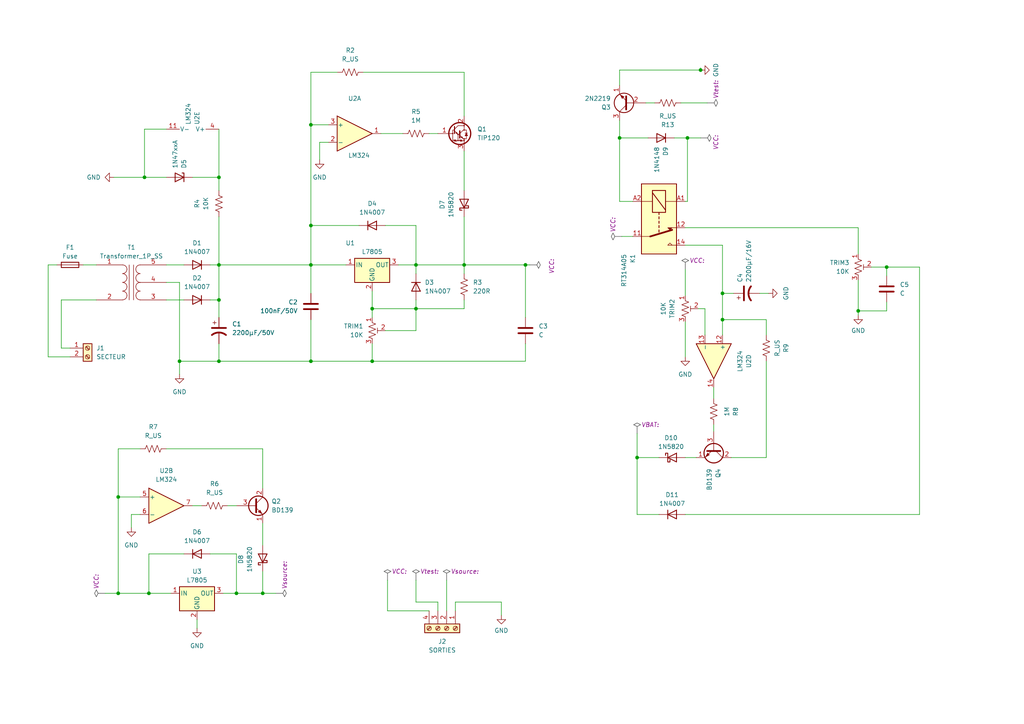
<source format=kicad_sch>
(kicad_sch (version 20230121) (generator eeschema)

  (uuid ff1c238a-de90-4cf8-9003-c6e567fc40d5)

  (paper "A4")

  (lib_symbols
    (symbol "Amplifier_Operational:LM324" (pin_names (offset 0.127)) (in_bom yes) (on_board yes)
      (property "Reference" "U" (at 0 5.08 0)
        (effects (font (size 1.27 1.27)) (justify left))
      )
      (property "Value" "LM324" (at 0 -5.08 0)
        (effects (font (size 1.27 1.27)) (justify left))
      )
      (property "Footprint" "" (at -1.27 2.54 0)
        (effects (font (size 1.27 1.27)) hide)
      )
      (property "Datasheet" "http://www.ti.com/lit/ds/symlink/lm2902-n.pdf" (at 1.27 5.08 0)
        (effects (font (size 1.27 1.27)) hide)
      )
      (property "ki_locked" "" (at 0 0 0)
        (effects (font (size 1.27 1.27)))
      )
      (property "ki_keywords" "quad opamp" (at 0 0 0)
        (effects (font (size 1.27 1.27)) hide)
      )
      (property "ki_description" "Low-Power, Quad-Operational Amplifiers, DIP-14/SOIC-14/SSOP-14" (at 0 0 0)
        (effects (font (size 1.27 1.27)) hide)
      )
      (property "ki_fp_filters" "SOIC*3.9x8.7mm*P1.27mm* DIP*W7.62mm* TSSOP*4.4x5mm*P0.65mm* SSOP*5.3x6.2mm*P0.65mm* MSOP*3x3mm*P0.5mm*" (at 0 0 0)
        (effects (font (size 1.27 1.27)) hide)
      )
      (symbol "LM324_1_1"
        (polyline
          (pts
            (xy -5.08 5.08)
            (xy 5.08 0)
            (xy -5.08 -5.08)
            (xy -5.08 5.08)
          )
          (stroke (width 0.254) (type default))
          (fill (type background))
        )
        (pin output line (at 7.62 0 180) (length 2.54)
          (name "~" (effects (font (size 1.27 1.27))))
          (number "1" (effects (font (size 1.27 1.27))))
        )
        (pin input line (at -7.62 -2.54 0) (length 2.54)
          (name "-" (effects (font (size 1.27 1.27))))
          (number "2" (effects (font (size 1.27 1.27))))
        )
        (pin input line (at -7.62 2.54 0) (length 2.54)
          (name "+" (effects (font (size 1.27 1.27))))
          (number "3" (effects (font (size 1.27 1.27))))
        )
      )
      (symbol "LM324_2_1"
        (polyline
          (pts
            (xy -5.08 5.08)
            (xy 5.08 0)
            (xy -5.08 -5.08)
            (xy -5.08 5.08)
          )
          (stroke (width 0.254) (type default))
          (fill (type background))
        )
        (pin input line (at -7.62 2.54 0) (length 2.54)
          (name "+" (effects (font (size 1.27 1.27))))
          (number "5" (effects (font (size 1.27 1.27))))
        )
        (pin input line (at -7.62 -2.54 0) (length 2.54)
          (name "-" (effects (font (size 1.27 1.27))))
          (number "6" (effects (font (size 1.27 1.27))))
        )
        (pin output line (at 7.62 0 180) (length 2.54)
          (name "~" (effects (font (size 1.27 1.27))))
          (number "7" (effects (font (size 1.27 1.27))))
        )
      )
      (symbol "LM324_3_1"
        (polyline
          (pts
            (xy -5.08 5.08)
            (xy 5.08 0)
            (xy -5.08 -5.08)
            (xy -5.08 5.08)
          )
          (stroke (width 0.254) (type default))
          (fill (type background))
        )
        (pin input line (at -7.62 2.54 0) (length 2.54)
          (name "+" (effects (font (size 1.27 1.27))))
          (number "10" (effects (font (size 1.27 1.27))))
        )
        (pin output line (at 7.62 0 180) (length 2.54)
          (name "~" (effects (font (size 1.27 1.27))))
          (number "8" (effects (font (size 1.27 1.27))))
        )
        (pin input line (at -7.62 -2.54 0) (length 2.54)
          (name "-" (effects (font (size 1.27 1.27))))
          (number "9" (effects (font (size 1.27 1.27))))
        )
      )
      (symbol "LM324_4_1"
        (polyline
          (pts
            (xy -5.08 5.08)
            (xy 5.08 0)
            (xy -5.08 -5.08)
            (xy -5.08 5.08)
          )
          (stroke (width 0.254) (type default))
          (fill (type background))
        )
        (pin input line (at -7.62 2.54 0) (length 2.54)
          (name "+" (effects (font (size 1.27 1.27))))
          (number "12" (effects (font (size 1.27 1.27))))
        )
        (pin input line (at -7.62 -2.54 0) (length 2.54)
          (name "-" (effects (font (size 1.27 1.27))))
          (number "13" (effects (font (size 1.27 1.27))))
        )
        (pin output line (at 7.62 0 180) (length 2.54)
          (name "~" (effects (font (size 1.27 1.27))))
          (number "14" (effects (font (size 1.27 1.27))))
        )
      )
      (symbol "LM324_5_1"
        (pin power_in line (at -2.54 -7.62 90) (length 3.81)
          (name "V-" (effects (font (size 1.27 1.27))))
          (number "11" (effects (font (size 1.27 1.27))))
        )
        (pin power_in line (at -2.54 7.62 270) (length 3.81)
          (name "V+" (effects (font (size 1.27 1.27))))
          (number "4" (effects (font (size 1.27 1.27))))
        )
      )
    )
    (symbol "Connector:Screw_Terminal_01x02" (pin_names (offset 1.016) hide) (in_bom yes) (on_board yes)
      (property "Reference" "J" (at 0 2.54 0)
        (effects (font (size 1.27 1.27)))
      )
      (property "Value" "Screw_Terminal_01x02" (at 0 -5.08 0)
        (effects (font (size 1.27 1.27)))
      )
      (property "Footprint" "" (at 0 0 0)
        (effects (font (size 1.27 1.27)) hide)
      )
      (property "Datasheet" "~" (at 0 0 0)
        (effects (font (size 1.27 1.27)) hide)
      )
      (property "ki_keywords" "screw terminal" (at 0 0 0)
        (effects (font (size 1.27 1.27)) hide)
      )
      (property "ki_description" "Generic screw terminal, single row, 01x02, script generated (kicad-library-utils/schlib/autogen/connector/)" (at 0 0 0)
        (effects (font (size 1.27 1.27)) hide)
      )
      (property "ki_fp_filters" "TerminalBlock*:*" (at 0 0 0)
        (effects (font (size 1.27 1.27)) hide)
      )
      (symbol "Screw_Terminal_01x02_1_1"
        (rectangle (start -1.27 1.27) (end 1.27 -3.81)
          (stroke (width 0.254) (type default))
          (fill (type background))
        )
        (circle (center 0 -2.54) (radius 0.635)
          (stroke (width 0.1524) (type default))
          (fill (type none))
        )
        (polyline
          (pts
            (xy -0.5334 -2.2098)
            (xy 0.3302 -3.048)
          )
          (stroke (width 0.1524) (type default))
          (fill (type none))
        )
        (polyline
          (pts
            (xy -0.5334 0.3302)
            (xy 0.3302 -0.508)
          )
          (stroke (width 0.1524) (type default))
          (fill (type none))
        )
        (polyline
          (pts
            (xy -0.3556 -2.032)
            (xy 0.508 -2.8702)
          )
          (stroke (width 0.1524) (type default))
          (fill (type none))
        )
        (polyline
          (pts
            (xy -0.3556 0.508)
            (xy 0.508 -0.3302)
          )
          (stroke (width 0.1524) (type default))
          (fill (type none))
        )
        (circle (center 0 0) (radius 0.635)
          (stroke (width 0.1524) (type default))
          (fill (type none))
        )
        (pin passive line (at -5.08 0 0) (length 3.81)
          (name "Pin_1" (effects (font (size 1.27 1.27))))
          (number "1" (effects (font (size 1.27 1.27))))
        )
        (pin passive line (at -5.08 -2.54 0) (length 3.81)
          (name "Pin_2" (effects (font (size 1.27 1.27))))
          (number "2" (effects (font (size 1.27 1.27))))
        )
      )
    )
    (symbol "Connector:Screw_Terminal_01x04" (pin_names (offset 1.016) hide) (in_bom yes) (on_board yes)
      (property "Reference" "J" (at 0 5.08 0)
        (effects (font (size 1.27 1.27)))
      )
      (property "Value" "Screw_Terminal_01x04" (at 0 -7.62 0)
        (effects (font (size 1.27 1.27)))
      )
      (property "Footprint" "" (at 0 0 0)
        (effects (font (size 1.27 1.27)) hide)
      )
      (property "Datasheet" "~" (at 0 0 0)
        (effects (font (size 1.27 1.27)) hide)
      )
      (property "ki_keywords" "screw terminal" (at 0 0 0)
        (effects (font (size 1.27 1.27)) hide)
      )
      (property "ki_description" "Generic screw terminal, single row, 01x04, script generated (kicad-library-utils/schlib/autogen/connector/)" (at 0 0 0)
        (effects (font (size 1.27 1.27)) hide)
      )
      (property "ki_fp_filters" "TerminalBlock*:*" (at 0 0 0)
        (effects (font (size 1.27 1.27)) hide)
      )
      (symbol "Screw_Terminal_01x04_1_1"
        (rectangle (start -1.27 3.81) (end 1.27 -6.35)
          (stroke (width 0.254) (type default))
          (fill (type background))
        )
        (circle (center 0 -5.08) (radius 0.635)
          (stroke (width 0.1524) (type default))
          (fill (type none))
        )
        (circle (center 0 -2.54) (radius 0.635)
          (stroke (width 0.1524) (type default))
          (fill (type none))
        )
        (polyline
          (pts
            (xy -0.5334 -4.7498)
            (xy 0.3302 -5.588)
          )
          (stroke (width 0.1524) (type default))
          (fill (type none))
        )
        (polyline
          (pts
            (xy -0.5334 -2.2098)
            (xy 0.3302 -3.048)
          )
          (stroke (width 0.1524) (type default))
          (fill (type none))
        )
        (polyline
          (pts
            (xy -0.5334 0.3302)
            (xy 0.3302 -0.508)
          )
          (stroke (width 0.1524) (type default))
          (fill (type none))
        )
        (polyline
          (pts
            (xy -0.5334 2.8702)
            (xy 0.3302 2.032)
          )
          (stroke (width 0.1524) (type default))
          (fill (type none))
        )
        (polyline
          (pts
            (xy -0.3556 -4.572)
            (xy 0.508 -5.4102)
          )
          (stroke (width 0.1524) (type default))
          (fill (type none))
        )
        (polyline
          (pts
            (xy -0.3556 -2.032)
            (xy 0.508 -2.8702)
          )
          (stroke (width 0.1524) (type default))
          (fill (type none))
        )
        (polyline
          (pts
            (xy -0.3556 0.508)
            (xy 0.508 -0.3302)
          )
          (stroke (width 0.1524) (type default))
          (fill (type none))
        )
        (polyline
          (pts
            (xy -0.3556 3.048)
            (xy 0.508 2.2098)
          )
          (stroke (width 0.1524) (type default))
          (fill (type none))
        )
        (circle (center 0 0) (radius 0.635)
          (stroke (width 0.1524) (type default))
          (fill (type none))
        )
        (circle (center 0 2.54) (radius 0.635)
          (stroke (width 0.1524) (type default))
          (fill (type none))
        )
        (pin passive line (at -5.08 2.54 0) (length 3.81)
          (name "Pin_1" (effects (font (size 1.27 1.27))))
          (number "1" (effects (font (size 1.27 1.27))))
        )
        (pin passive line (at -5.08 0 0) (length 3.81)
          (name "Pin_2" (effects (font (size 1.27 1.27))))
          (number "2" (effects (font (size 1.27 1.27))))
        )
        (pin passive line (at -5.08 -2.54 0) (length 3.81)
          (name "Pin_3" (effects (font (size 1.27 1.27))))
          (number "3" (effects (font (size 1.27 1.27))))
        )
        (pin passive line (at -5.08 -5.08 0) (length 3.81)
          (name "Pin_4" (effects (font (size 1.27 1.27))))
          (number "4" (effects (font (size 1.27 1.27))))
        )
      )
    )
    (symbol "Device:C" (pin_numbers hide) (pin_names (offset 0.254)) (in_bom yes) (on_board yes)
      (property "Reference" "C" (at 0.635 2.54 0)
        (effects (font (size 1.27 1.27)) (justify left))
      )
      (property "Value" "C" (at 0.635 -2.54 0)
        (effects (font (size 1.27 1.27)) (justify left))
      )
      (property "Footprint" "" (at 0.9652 -3.81 0)
        (effects (font (size 1.27 1.27)) hide)
      )
      (property "Datasheet" "~" (at 0 0 0)
        (effects (font (size 1.27 1.27)) hide)
      )
      (property "ki_keywords" "cap capacitor" (at 0 0 0)
        (effects (font (size 1.27 1.27)) hide)
      )
      (property "ki_description" "Unpolarized capacitor" (at 0 0 0)
        (effects (font (size 1.27 1.27)) hide)
      )
      (property "ki_fp_filters" "C_*" (at 0 0 0)
        (effects (font (size 1.27 1.27)) hide)
      )
      (symbol "C_0_1"
        (polyline
          (pts
            (xy -2.032 -0.762)
            (xy 2.032 -0.762)
          )
          (stroke (width 0.508) (type default))
          (fill (type none))
        )
        (polyline
          (pts
            (xy -2.032 0.762)
            (xy 2.032 0.762)
          )
          (stroke (width 0.508) (type default))
          (fill (type none))
        )
      )
      (symbol "C_1_1"
        (pin passive line (at 0 3.81 270) (length 2.794)
          (name "~" (effects (font (size 1.27 1.27))))
          (number "1" (effects (font (size 1.27 1.27))))
        )
        (pin passive line (at 0 -3.81 90) (length 2.794)
          (name "~" (effects (font (size 1.27 1.27))))
          (number "2" (effects (font (size 1.27 1.27))))
        )
      )
    )
    (symbol "Device:C_Polarized_US" (pin_numbers hide) (pin_names (offset 0.254) hide) (in_bom yes) (on_board yes)
      (property "Reference" "C" (at 0.635 2.54 0)
        (effects (font (size 1.27 1.27)) (justify left))
      )
      (property "Value" "C_Polarized_US" (at 0.635 -2.54 0)
        (effects (font (size 1.27 1.27)) (justify left))
      )
      (property "Footprint" "" (at 0 0 0)
        (effects (font (size 1.27 1.27)) hide)
      )
      (property "Datasheet" "~" (at 0 0 0)
        (effects (font (size 1.27 1.27)) hide)
      )
      (property "ki_keywords" "cap capacitor" (at 0 0 0)
        (effects (font (size 1.27 1.27)) hide)
      )
      (property "ki_description" "Polarized capacitor, US symbol" (at 0 0 0)
        (effects (font (size 1.27 1.27)) hide)
      )
      (property "ki_fp_filters" "CP_*" (at 0 0 0)
        (effects (font (size 1.27 1.27)) hide)
      )
      (symbol "C_Polarized_US_0_1"
        (polyline
          (pts
            (xy -2.032 0.762)
            (xy 2.032 0.762)
          )
          (stroke (width 0.508) (type default))
          (fill (type none))
        )
        (polyline
          (pts
            (xy -1.778 2.286)
            (xy -0.762 2.286)
          )
          (stroke (width 0) (type default))
          (fill (type none))
        )
        (polyline
          (pts
            (xy -1.27 1.778)
            (xy -1.27 2.794)
          )
          (stroke (width 0) (type default))
          (fill (type none))
        )
        (arc (start 2.032 -1.27) (mid 0 -0.5572) (end -2.032 -1.27)
          (stroke (width 0.508) (type default))
          (fill (type none))
        )
      )
      (symbol "C_Polarized_US_1_1"
        (pin passive line (at 0 3.81 270) (length 2.794)
          (name "~" (effects (font (size 1.27 1.27))))
          (number "1" (effects (font (size 1.27 1.27))))
        )
        (pin passive line (at 0 -3.81 90) (length 3.302)
          (name "~" (effects (font (size 1.27 1.27))))
          (number "2" (effects (font (size 1.27 1.27))))
        )
      )
    )
    (symbol "Device:Fuse" (pin_numbers hide) (pin_names (offset 0)) (in_bom yes) (on_board yes)
      (property "Reference" "F" (at 2.032 0 90)
        (effects (font (size 1.27 1.27)))
      )
      (property "Value" "Fuse" (at -1.905 0 90)
        (effects (font (size 1.27 1.27)))
      )
      (property "Footprint" "" (at -1.778 0 90)
        (effects (font (size 1.27 1.27)) hide)
      )
      (property "Datasheet" "~" (at 0 0 0)
        (effects (font (size 1.27 1.27)) hide)
      )
      (property "ki_keywords" "fuse" (at 0 0 0)
        (effects (font (size 1.27 1.27)) hide)
      )
      (property "ki_description" "Fuse" (at 0 0 0)
        (effects (font (size 1.27 1.27)) hide)
      )
      (property "ki_fp_filters" "*Fuse*" (at 0 0 0)
        (effects (font (size 1.27 1.27)) hide)
      )
      (symbol "Fuse_0_1"
        (rectangle (start -0.762 -2.54) (end 0.762 2.54)
          (stroke (width 0.254) (type default))
          (fill (type none))
        )
        (polyline
          (pts
            (xy 0 2.54)
            (xy 0 -2.54)
          )
          (stroke (width 0) (type default))
          (fill (type none))
        )
      )
      (symbol "Fuse_1_1"
        (pin passive line (at 0 3.81 270) (length 1.27)
          (name "~" (effects (font (size 1.27 1.27))))
          (number "1" (effects (font (size 1.27 1.27))))
        )
        (pin passive line (at 0 -3.81 90) (length 1.27)
          (name "~" (effects (font (size 1.27 1.27))))
          (number "2" (effects (font (size 1.27 1.27))))
        )
      )
    )
    (symbol "Device:R_Potentiometer_Trim_US" (pin_names (offset 1.016) hide) (in_bom yes) (on_board yes)
      (property "Reference" "RV" (at -4.445 0 90)
        (effects (font (size 1.27 1.27)))
      )
      (property "Value" "R_Potentiometer_Trim_US" (at -2.54 0 90)
        (effects (font (size 1.27 1.27)))
      )
      (property "Footprint" "" (at 0 0 0)
        (effects (font (size 1.27 1.27)) hide)
      )
      (property "Datasheet" "~" (at 0 0 0)
        (effects (font (size 1.27 1.27)) hide)
      )
      (property "ki_keywords" "resistor variable trimpot trimmer" (at 0 0 0)
        (effects (font (size 1.27 1.27)) hide)
      )
      (property "ki_description" "Trim-potentiometer, US symbol" (at 0 0 0)
        (effects (font (size 1.27 1.27)) hide)
      )
      (property "ki_fp_filters" "Potentiometer*" (at 0 0 0)
        (effects (font (size 1.27 1.27)) hide)
      )
      (symbol "R_Potentiometer_Trim_US_0_1"
        (polyline
          (pts
            (xy 0 -2.286)
            (xy 0 -2.54)
          )
          (stroke (width 0) (type default))
          (fill (type none))
        )
        (polyline
          (pts
            (xy 0 2.286)
            (xy 0 2.54)
          )
          (stroke (width 0) (type default))
          (fill (type none))
        )
        (polyline
          (pts
            (xy 1.524 0.762)
            (xy 1.524 -0.762)
          )
          (stroke (width 0) (type default))
          (fill (type none))
        )
        (polyline
          (pts
            (xy 2.54 0)
            (xy 1.524 0)
          )
          (stroke (width 0) (type default))
          (fill (type none))
        )
        (polyline
          (pts
            (xy 0 -0.762)
            (xy 1.016 -1.143)
            (xy 0 -1.524)
            (xy -1.016 -1.905)
            (xy 0 -2.286)
          )
          (stroke (width 0) (type default))
          (fill (type none))
        )
        (polyline
          (pts
            (xy 0 0.762)
            (xy 1.016 0.381)
            (xy 0 0)
            (xy -1.016 -0.381)
            (xy 0 -0.762)
          )
          (stroke (width 0) (type default))
          (fill (type none))
        )
        (polyline
          (pts
            (xy 0 2.286)
            (xy 1.016 1.905)
            (xy 0 1.524)
            (xy -1.016 1.143)
            (xy 0 0.762)
          )
          (stroke (width 0) (type default))
          (fill (type none))
        )
      )
      (symbol "R_Potentiometer_Trim_US_1_1"
        (pin passive line (at 0 3.81 270) (length 1.27)
          (name "1" (effects (font (size 1.27 1.27))))
          (number "1" (effects (font (size 1.27 1.27))))
        )
        (pin passive line (at 3.81 0 180) (length 1.27)
          (name "2" (effects (font (size 1.27 1.27))))
          (number "2" (effects (font (size 1.27 1.27))))
        )
        (pin passive line (at 0 -3.81 90) (length 1.27)
          (name "3" (effects (font (size 1.27 1.27))))
          (number "3" (effects (font (size 1.27 1.27))))
        )
      )
    )
    (symbol "Device:R_US" (pin_numbers hide) (pin_names (offset 0)) (in_bom yes) (on_board yes)
      (property "Reference" "R" (at 2.54 0 90)
        (effects (font (size 1.27 1.27)))
      )
      (property "Value" "R_US" (at -2.54 0 90)
        (effects (font (size 1.27 1.27)))
      )
      (property "Footprint" "" (at 1.016 -0.254 90)
        (effects (font (size 1.27 1.27)) hide)
      )
      (property "Datasheet" "~" (at 0 0 0)
        (effects (font (size 1.27 1.27)) hide)
      )
      (property "ki_keywords" "R res resistor" (at 0 0 0)
        (effects (font (size 1.27 1.27)) hide)
      )
      (property "ki_description" "Resistor, US symbol" (at 0 0 0)
        (effects (font (size 1.27 1.27)) hide)
      )
      (property "ki_fp_filters" "R_*" (at 0 0 0)
        (effects (font (size 1.27 1.27)) hide)
      )
      (symbol "R_US_0_1"
        (polyline
          (pts
            (xy 0 -2.286)
            (xy 0 -2.54)
          )
          (stroke (width 0) (type default))
          (fill (type none))
        )
        (polyline
          (pts
            (xy 0 2.286)
            (xy 0 2.54)
          )
          (stroke (width 0) (type default))
          (fill (type none))
        )
        (polyline
          (pts
            (xy 0 -0.762)
            (xy 1.016 -1.143)
            (xy 0 -1.524)
            (xy -1.016 -1.905)
            (xy 0 -2.286)
          )
          (stroke (width 0) (type default))
          (fill (type none))
        )
        (polyline
          (pts
            (xy 0 0.762)
            (xy 1.016 0.381)
            (xy 0 0)
            (xy -1.016 -0.381)
            (xy 0 -0.762)
          )
          (stroke (width 0) (type default))
          (fill (type none))
        )
        (polyline
          (pts
            (xy 0 2.286)
            (xy 1.016 1.905)
            (xy 0 1.524)
            (xy -1.016 1.143)
            (xy 0 0.762)
          )
          (stroke (width 0) (type default))
          (fill (type none))
        )
      )
      (symbol "R_US_1_1"
        (pin passive line (at 0 3.81 270) (length 1.27)
          (name "~" (effects (font (size 1.27 1.27))))
          (number "1" (effects (font (size 1.27 1.27))))
        )
        (pin passive line (at 0 -3.81 90) (length 1.27)
          (name "~" (effects (font (size 1.27 1.27))))
          (number "2" (effects (font (size 1.27 1.27))))
        )
      )
    )
    (symbol "Device:Transformer_1P_SS" (pin_names (offset 1.016) hide) (in_bom yes) (on_board yes)
      (property "Reference" "T" (at 0 6.35 0)
        (effects (font (size 1.27 1.27)))
      )
      (property "Value" "Transformer_1P_SS" (at 0 -7.62 0)
        (effects (font (size 1.27 1.27)))
      )
      (property "Footprint" "" (at 0 0 0)
        (effects (font (size 1.27 1.27)) hide)
      )
      (property "Datasheet" "~" (at 0 0 0)
        (effects (font (size 1.27 1.27)) hide)
      )
      (property "ki_keywords" "transformer coil magnet" (at 0 0 0)
        (effects (font (size 1.27 1.27)) hide)
      )
      (property "ki_description" "Transformer, single primary, split secondary" (at 0 0 0)
        (effects (font (size 1.27 1.27)) hide)
      )
      (symbol "Transformer_1P_SS_0_1"
        (arc (start -2.54 -5.0546) (mid -1.6599 -4.6901) (end -1.27 -3.81)
          (stroke (width 0) (type default))
          (fill (type none))
        )
        (arc (start -2.54 -2.5146) (mid -1.6599 -2.1501) (end -1.27 -1.27)
          (stroke (width 0) (type default))
          (fill (type none))
        )
        (arc (start -2.54 0.0254) (mid -1.6599 0.3899) (end -1.27 1.27)
          (stroke (width 0) (type default))
          (fill (type none))
        )
        (arc (start -2.54 2.5654) (mid -1.6599 2.9299) (end -1.27 3.81)
          (stroke (width 0) (type default))
          (fill (type none))
        )
        (arc (start -1.27 -3.81) (mid -1.642 -2.912) (end -2.54 -2.54)
          (stroke (width 0) (type default))
          (fill (type none))
        )
        (arc (start -1.27 -1.27) (mid -1.642 -0.372) (end -2.54 0)
          (stroke (width 0) (type default))
          (fill (type none))
        )
        (arc (start -1.27 1.27) (mid -1.642 2.168) (end -2.54 2.54)
          (stroke (width 0) (type default))
          (fill (type none))
        )
        (arc (start -1.27 3.81) (mid -1.642 4.708) (end -2.54 5.08)
          (stroke (width 0) (type default))
          (fill (type none))
        )
        (polyline
          (pts
            (xy -0.635 5.08)
            (xy -0.635 -5.08)
          )
          (stroke (width 0) (type default))
          (fill (type none))
        )
        (polyline
          (pts
            (xy 0.635 -5.08)
            (xy 0.635 5.08)
          )
          (stroke (width 0) (type default))
          (fill (type none))
        )
        (arc (start 1.2954 -1.27) (mid 1.6599 -2.1501) (end 2.54 -2.5146)
          (stroke (width 0) (type default))
          (fill (type none))
        )
        (arc (start 1.2954 1.27) (mid 1.6599 0.3899) (end 2.54 0.0254)
          (stroke (width 0) (type default))
          (fill (type none))
        )
        (arc (start 1.2954 3.81) (mid 1.6599 2.9299) (end 2.54 2.5654)
          (stroke (width 0) (type default))
          (fill (type none))
        )
        (arc (start 1.3208 -3.81) (mid 1.6853 -4.6901) (end 2.5654 -5.0546)
          (stroke (width 0) (type default))
          (fill (type none))
        )
        (arc (start 2.54 0) (mid 1.642 -0.372) (end 1.2954 -1.27)
          (stroke (width 0) (type default))
          (fill (type none))
        )
        (arc (start 2.54 2.54) (mid 1.642 2.168) (end 1.2954 1.27)
          (stroke (width 0) (type default))
          (fill (type none))
        )
        (arc (start 2.54 5.08) (mid 1.642 4.708) (end 1.2954 3.81)
          (stroke (width 0) (type default))
          (fill (type none))
        )
        (arc (start 2.5654 -2.54) (mid 1.6674 -2.912) (end 1.3208 -3.81)
          (stroke (width 0) (type default))
          (fill (type none))
        )
      )
      (symbol "Transformer_1P_SS_1_1"
        (pin passive line (at -10.16 5.08 0) (length 7.62)
          (name "AA" (effects (font (size 1.27 1.27))))
          (number "1" (effects (font (size 1.27 1.27))))
        )
        (pin passive line (at -10.16 -5.08 0) (length 7.62)
          (name "AB" (effects (font (size 1.27 1.27))))
          (number "2" (effects (font (size 1.27 1.27))))
        )
        (pin passive line (at 10.16 -5.08 180) (length 7.62)
          (name "SA" (effects (font (size 1.27 1.27))))
          (number "3" (effects (font (size 1.27 1.27))))
        )
        (pin passive line (at 10.16 0 180) (length 7.62)
          (name "SC" (effects (font (size 1.27 1.27))))
          (number "4" (effects (font (size 1.27 1.27))))
        )
        (pin passive line (at 10.16 5.08 180) (length 7.62)
          (name "SB" (effects (font (size 1.27 1.27))))
          (number "5" (effects (font (size 1.27 1.27))))
        )
      )
    )
    (symbol "Diode:1N4007" (pin_numbers hide) (pin_names hide) (in_bom yes) (on_board yes)
      (property "Reference" "D" (at 0 2.54 0)
        (effects (font (size 1.27 1.27)))
      )
      (property "Value" "1N4007" (at 0 -2.54 0)
        (effects (font (size 1.27 1.27)))
      )
      (property "Footprint" "Diode_THT:D_DO-41_SOD81_P10.16mm_Horizontal" (at 0 -4.445 0)
        (effects (font (size 1.27 1.27)) hide)
      )
      (property "Datasheet" "http://www.vishay.com/docs/88503/1n4001.pdf" (at 0 0 0)
        (effects (font (size 1.27 1.27)) hide)
      )
      (property "Sim.Device" "D" (at 0 0 0)
        (effects (font (size 1.27 1.27)) hide)
      )
      (property "Sim.Pins" "1=K 2=A" (at 0 0 0)
        (effects (font (size 1.27 1.27)) hide)
      )
      (property "ki_keywords" "diode" (at 0 0 0)
        (effects (font (size 1.27 1.27)) hide)
      )
      (property "ki_description" "1000V 1A General Purpose Rectifier Diode, DO-41" (at 0 0 0)
        (effects (font (size 1.27 1.27)) hide)
      )
      (property "ki_fp_filters" "D*DO?41*" (at 0 0 0)
        (effects (font (size 1.27 1.27)) hide)
      )
      (symbol "1N4007_0_1"
        (polyline
          (pts
            (xy -1.27 1.27)
            (xy -1.27 -1.27)
          )
          (stroke (width 0.254) (type default))
          (fill (type none))
        )
        (polyline
          (pts
            (xy 1.27 0)
            (xy -1.27 0)
          )
          (stroke (width 0) (type default))
          (fill (type none))
        )
        (polyline
          (pts
            (xy 1.27 1.27)
            (xy 1.27 -1.27)
            (xy -1.27 0)
            (xy 1.27 1.27)
          )
          (stroke (width 0.254) (type default))
          (fill (type none))
        )
      )
      (symbol "1N4007_1_1"
        (pin passive line (at -3.81 0 0) (length 2.54)
          (name "K" (effects (font (size 1.27 1.27))))
          (number "1" (effects (font (size 1.27 1.27))))
        )
        (pin passive line (at 3.81 0 180) (length 2.54)
          (name "A" (effects (font (size 1.27 1.27))))
          (number "2" (effects (font (size 1.27 1.27))))
        )
      )
    )
    (symbol "Diode:1N4148" (pin_numbers hide) (pin_names hide) (in_bom yes) (on_board yes)
      (property "Reference" "D" (at 0 2.54 0)
        (effects (font (size 1.27 1.27)))
      )
      (property "Value" "1N4148" (at 0 -2.54 0)
        (effects (font (size 1.27 1.27)))
      )
      (property "Footprint" "Diode_THT:D_DO-35_SOD27_P7.62mm_Horizontal" (at 0 0 0)
        (effects (font (size 1.27 1.27)) hide)
      )
      (property "Datasheet" "https://assets.nexperia.com/documents/data-sheet/1N4148_1N4448.pdf" (at 0 0 0)
        (effects (font (size 1.27 1.27)) hide)
      )
      (property "Sim.Device" "D" (at 0 0 0)
        (effects (font (size 1.27 1.27)) hide)
      )
      (property "Sim.Pins" "1=K 2=A" (at 0 0 0)
        (effects (font (size 1.27 1.27)) hide)
      )
      (property "ki_keywords" "diode" (at 0 0 0)
        (effects (font (size 1.27 1.27)) hide)
      )
      (property "ki_description" "100V 0.15A standard switching diode, DO-35" (at 0 0 0)
        (effects (font (size 1.27 1.27)) hide)
      )
      (property "ki_fp_filters" "D*DO?35*" (at 0 0 0)
        (effects (font (size 1.27 1.27)) hide)
      )
      (symbol "1N4148_0_1"
        (polyline
          (pts
            (xy -1.27 1.27)
            (xy -1.27 -1.27)
          )
          (stroke (width 0.254) (type default))
          (fill (type none))
        )
        (polyline
          (pts
            (xy 1.27 0)
            (xy -1.27 0)
          )
          (stroke (width 0) (type default))
          (fill (type none))
        )
        (polyline
          (pts
            (xy 1.27 1.27)
            (xy 1.27 -1.27)
            (xy -1.27 0)
            (xy 1.27 1.27)
          )
          (stroke (width 0.254) (type default))
          (fill (type none))
        )
      )
      (symbol "1N4148_1_1"
        (pin passive line (at -3.81 0 0) (length 2.54)
          (name "K" (effects (font (size 1.27 1.27))))
          (number "1" (effects (font (size 1.27 1.27))))
        )
        (pin passive line (at 3.81 0 180) (length 2.54)
          (name "A" (effects (font (size 1.27 1.27))))
          (number "2" (effects (font (size 1.27 1.27))))
        )
      )
    )
    (symbol "Diode:1N47xxA" (pin_numbers hide) (pin_names hide) (in_bom yes) (on_board yes)
      (property "Reference" "D" (at 0 2.54 0)
        (effects (font (size 1.27 1.27)))
      )
      (property "Value" "1N47xxA" (at 0 -2.54 0)
        (effects (font (size 1.27 1.27)))
      )
      (property "Footprint" "Diode_THT:D_DO-41_SOD81_P10.16mm_Horizontal" (at 0 -4.445 0)
        (effects (font (size 1.27 1.27)) hide)
      )
      (property "Datasheet" "https://www.vishay.com/docs/85816/1n4728a.pdf" (at 0 0 0)
        (effects (font (size 1.27 1.27)) hide)
      )
      (property "ki_keywords" "zener diode" (at 0 0 0)
        (effects (font (size 1.27 1.27)) hide)
      )
      (property "ki_description" "1300mW Silicon planar power Zener diodes, DO-41" (at 0 0 0)
        (effects (font (size 1.27 1.27)) hide)
      )
      (property "ki_fp_filters" "D*DO?41*" (at 0 0 0)
        (effects (font (size 1.27 1.27)) hide)
      )
      (symbol "1N47xxA_0_1"
        (polyline
          (pts
            (xy 1.27 0)
            (xy -1.27 0)
          )
          (stroke (width 0) (type default))
          (fill (type none))
        )
        (polyline
          (pts
            (xy -1.27 -1.27)
            (xy -1.27 1.27)
            (xy -0.762 1.27)
          )
          (stroke (width 0.254) (type default))
          (fill (type none))
        )
        (polyline
          (pts
            (xy 1.27 -1.27)
            (xy 1.27 1.27)
            (xy -1.27 0)
            (xy 1.27 -1.27)
          )
          (stroke (width 0.254) (type default))
          (fill (type none))
        )
      )
      (symbol "1N47xxA_1_1"
        (pin passive line (at -3.81 0 0) (length 2.54)
          (name "K" (effects (font (size 1.27 1.27))))
          (number "1" (effects (font (size 1.27 1.27))))
        )
        (pin passive line (at 3.81 0 180) (length 2.54)
          (name "A" (effects (font (size 1.27 1.27))))
          (number "2" (effects (font (size 1.27 1.27))))
        )
      )
    )
    (symbol "Diode:1N5820" (pin_numbers hide) (pin_names (offset 1.016) hide) (in_bom yes) (on_board yes)
      (property "Reference" "D" (at 0 2.54 0)
        (effects (font (size 1.27 1.27)))
      )
      (property "Value" "1N5820" (at 0 -2.54 0)
        (effects (font (size 1.27 1.27)))
      )
      (property "Footprint" "Diode_THT:D_DO-201AD_P15.24mm_Horizontal" (at 0 -4.445 0)
        (effects (font (size 1.27 1.27)) hide)
      )
      (property "Datasheet" "http://www.vishay.com/docs/88526/1n5820.pdf" (at 0 0 0)
        (effects (font (size 1.27 1.27)) hide)
      )
      (property "ki_keywords" "diode Schottky" (at 0 0 0)
        (effects (font (size 1.27 1.27)) hide)
      )
      (property "ki_description" "20V 3A Schottky Barrier Rectifier Diode, DO-201AD" (at 0 0 0)
        (effects (font (size 1.27 1.27)) hide)
      )
      (property "ki_fp_filters" "D*DO?201AD*" (at 0 0 0)
        (effects (font (size 1.27 1.27)) hide)
      )
      (symbol "1N5820_0_1"
        (polyline
          (pts
            (xy 1.27 0)
            (xy -1.27 0)
          )
          (stroke (width 0) (type default))
          (fill (type none))
        )
        (polyline
          (pts
            (xy 1.27 1.27)
            (xy 1.27 -1.27)
            (xy -1.27 0)
            (xy 1.27 1.27)
          )
          (stroke (width 0.254) (type default))
          (fill (type none))
        )
        (polyline
          (pts
            (xy -1.905 0.635)
            (xy -1.905 1.27)
            (xy -1.27 1.27)
            (xy -1.27 -1.27)
            (xy -0.635 -1.27)
            (xy -0.635 -0.635)
          )
          (stroke (width 0.254) (type default))
          (fill (type none))
        )
      )
      (symbol "1N5820_1_1"
        (pin passive line (at -3.81 0 0) (length 2.54)
          (name "K" (effects (font (size 1.27 1.27))))
          (number "1" (effects (font (size 1.27 1.27))))
        )
        (pin passive line (at 3.81 0 180) (length 2.54)
          (name "A" (effects (font (size 1.27 1.27))))
          (number "2" (effects (font (size 1.27 1.27))))
        )
      )
    )
    (symbol "Regulator_Linear:L7805" (pin_names (offset 0.254)) (in_bom yes) (on_board yes)
      (property "Reference" "U" (at -3.81 3.175 0)
        (effects (font (size 1.27 1.27)))
      )
      (property "Value" "L7805" (at 0 3.175 0)
        (effects (font (size 1.27 1.27)) (justify left))
      )
      (property "Footprint" "" (at 0.635 -3.81 0)
        (effects (font (size 1.27 1.27) italic) (justify left) hide)
      )
      (property "Datasheet" "http://www.st.com/content/ccc/resource/technical/document/datasheet/41/4f/b3/b0/12/d4/47/88/CD00000444.pdf/files/CD00000444.pdf/jcr:content/translations/en.CD00000444.pdf" (at 0 -1.27 0)
        (effects (font (size 1.27 1.27)) hide)
      )
      (property "ki_keywords" "Voltage Regulator 1.5A Positive" (at 0 0 0)
        (effects (font (size 1.27 1.27)) hide)
      )
      (property "ki_description" "Positive 1.5A 35V Linear Regulator, Fixed Output 5V, TO-220/TO-263/TO-252" (at 0 0 0)
        (effects (font (size 1.27 1.27)) hide)
      )
      (property "ki_fp_filters" "TO?252* TO?263* TO?220*" (at 0 0 0)
        (effects (font (size 1.27 1.27)) hide)
      )
      (symbol "L7805_0_1"
        (rectangle (start -5.08 1.905) (end 5.08 -5.08)
          (stroke (width 0.254) (type default))
          (fill (type background))
        )
      )
      (symbol "L7805_1_1"
        (pin power_in line (at -7.62 0 0) (length 2.54)
          (name "IN" (effects (font (size 1.27 1.27))))
          (number "1" (effects (font (size 1.27 1.27))))
        )
        (pin power_in line (at 0 -7.62 90) (length 2.54)
          (name "GND" (effects (font (size 1.27 1.27))))
          (number "2" (effects (font (size 1.27 1.27))))
        )
        (pin power_out line (at 7.62 0 180) (length 2.54)
          (name "OUT" (effects (font (size 1.27 1.27))))
          (number "3" (effects (font (size 1.27 1.27))))
        )
      )
    )
    (symbol "Relay:RT314A05" (in_bom yes) (on_board yes)
      (property "Reference" "K" (at 11.43 3.81 0)
        (effects (font (size 1.27 1.27)) (justify left))
      )
      (property "Value" "RT314A05" (at 11.43 1.27 0)
        (effects (font (size 1.27 1.27)) (justify left))
      )
      (property "Footprint" "Relay_THT:Relay_SPDT_Schrack-RT1-16A-FormC_RM5mm" (at 39.37 -1.27 0)
        (effects (font (size 1.27 1.27)) hide)
      )
      (property "Datasheet" "https://www.te.com/commerce/DocumentDelivery/DDEController?Action=srchrtrv&DocNm=RT1_bistable&DocType=DS&DocLang=English" (at 0 0 0)
        (effects (font (size 1.27 1.27)) hide)
      )
      (property "ki_keywords" "TE SPDT 1P2T CO bistable DC" (at 0 0 0)
        (effects (font (size 1.27 1.27)) hide)
      )
      (property "ki_description" "Schrack RT1 relay, bistable single pole dual throw, single DC coil, 5V" (at 0 0 0)
        (effects (font (size 1.27 1.27)) hide)
      )
      (property "ki_fp_filters" "Relay*SPDT*Schrack*RT1*16A*FormC*RM5mm*" (at 0 0 0)
        (effects (font (size 1.27 1.27)) hide)
      )
      (symbol "RT314A05_0_0"
        (polyline
          (pts
            (xy -2.54 1.905)
            (xy -7.62 -1.905)
          )
          (stroke (width 0.254) (type default))
          (fill (type none))
        )
      )
      (symbol "RT314A05_0_1"
        (rectangle (start -10.16 5.08) (end 10.16 -5.08)
          (stroke (width 0.254) (type default))
          (fill (type background))
        )
        (rectangle (start -8.255 1.905) (end -1.905 -1.905)
          (stroke (width 0.254) (type default))
          (fill (type none))
        )
        (polyline
          (pts
            (xy -5.08 -5.08)
            (xy -5.08 -1.905)
          )
          (stroke (width 0) (type default))
          (fill (type none))
        )
        (polyline
          (pts
            (xy -5.08 5.08)
            (xy -5.08 1.905)
          )
          (stroke (width 0) (type default))
          (fill (type none))
        )
        (polyline
          (pts
            (xy -1.905 0)
            (xy -1.27 0)
          )
          (stroke (width 0.254) (type default))
          (fill (type none))
        )
        (polyline
          (pts
            (xy -0.635 0)
            (xy 0 0)
          )
          (stroke (width 0.254) (type default))
          (fill (type none))
        )
        (polyline
          (pts
            (xy 0.635 0)
            (xy 1.27 0)
          )
          (stroke (width 0.254) (type default))
          (fill (type none))
        )
        (polyline
          (pts
            (xy 1.905 0)
            (xy 2.54 0)
          )
          (stroke (width 0.254) (type default))
          (fill (type none))
        )
        (polyline
          (pts
            (xy 3.175 0)
            (xy 3.81 0)
          )
          (stroke (width 0.254) (type default))
          (fill (type none))
        )
        (polyline
          (pts
            (xy 5.08 -2.54)
            (xy 3.175 3.81)
          )
          (stroke (width 0.508) (type default))
          (fill (type none))
        )
        (polyline
          (pts
            (xy 5.08 -2.54)
            (xy 5.08 -5.08)
          )
          (stroke (width 0) (type default))
          (fill (type none))
        )
        (polyline
          (pts
            (xy 2.54 5.08)
            (xy 2.54 2.54)
            (xy 3.175 3.175)
            (xy 2.54 3.81)
          )
          (stroke (width 0) (type default))
          (fill (type outline))
        )
        (polyline
          (pts
            (xy 7.62 5.08)
            (xy 7.62 2.54)
            (xy 6.985 3.175)
            (xy 7.62 3.81)
          )
          (stroke (width 0) (type default))
          (fill (type none))
        )
      )
      (symbol "RT314A05_1_1"
        (pin passive line (at 5.08 -7.62 90) (length 2.54)
          (name "~" (effects (font (size 1.27 1.27))))
          (number "11" (effects (font (size 1.27 1.27))))
        )
        (pin passive line (at 2.54 7.62 270) (length 2.54)
          (name "~" (effects (font (size 1.27 1.27))))
          (number "12" (effects (font (size 1.27 1.27))))
        )
        (pin passive line (at 7.62 7.62 270) (length 2.54)
          (name "~" (effects (font (size 1.27 1.27))))
          (number "14" (effects (font (size 1.27 1.27))))
        )
        (pin passive line (at -5.08 7.62 270) (length 2.54)
          (name "~" (effects (font (size 1.27 1.27))))
          (number "A1" (effects (font (size 1.27 1.27))))
        )
        (pin passive line (at -5.08 -7.62 90) (length 2.54)
          (name "~" (effects (font (size 1.27 1.27))))
          (number "A2" (effects (font (size 1.27 1.27))))
        )
      )
    )
    (symbol "Transistor_BJT:2N2219" (pin_names (offset 0) hide) (in_bom yes) (on_board yes)
      (property "Reference" "Q" (at 5.08 1.905 0)
        (effects (font (size 1.27 1.27)) (justify left))
      )
      (property "Value" "2N2219" (at 5.08 0 0)
        (effects (font (size 1.27 1.27)) (justify left))
      )
      (property "Footprint" "Package_TO_SOT_THT:TO-39-3" (at 5.08 -1.905 0)
        (effects (font (size 1.27 1.27) italic) (justify left) hide)
      )
      (property "Datasheet" "http://www.onsemi.com/pub_link/Collateral/2N2219-D.PDF" (at 0 0 0)
        (effects (font (size 1.27 1.27)) (justify left) hide)
      )
      (property "ki_keywords" "NPN Transistor" (at 0 0 0)
        (effects (font (size 1.27 1.27)) hide)
      )
      (property "ki_description" "800mA Ic, 50V Vce, NPN Transistor, TO-39" (at 0 0 0)
        (effects (font (size 1.27 1.27)) hide)
      )
      (property "ki_fp_filters" "TO?39*" (at 0 0 0)
        (effects (font (size 1.27 1.27)) hide)
      )
      (symbol "2N2219_0_1"
        (polyline
          (pts
            (xy 0.635 0.635)
            (xy 2.54 2.54)
          )
          (stroke (width 0) (type default))
          (fill (type none))
        )
        (polyline
          (pts
            (xy 0.635 -0.635)
            (xy 2.54 -2.54)
            (xy 2.54 -2.54)
          )
          (stroke (width 0) (type default))
          (fill (type none))
        )
        (polyline
          (pts
            (xy 0.635 1.905)
            (xy 0.635 -1.905)
            (xy 0.635 -1.905)
          )
          (stroke (width 0.508) (type default))
          (fill (type none))
        )
        (polyline
          (pts
            (xy 1.27 -1.778)
            (xy 1.778 -1.27)
            (xy 2.286 -2.286)
            (xy 1.27 -1.778)
            (xy 1.27 -1.778)
          )
          (stroke (width 0) (type default))
          (fill (type outline))
        )
        (circle (center 1.27 0) (radius 2.8194)
          (stroke (width 0.254) (type default))
          (fill (type none))
        )
      )
      (symbol "2N2219_1_1"
        (pin passive line (at 2.54 -5.08 90) (length 2.54)
          (name "E" (effects (font (size 1.27 1.27))))
          (number "1" (effects (font (size 1.27 1.27))))
        )
        (pin passive line (at -5.08 0 0) (length 5.715)
          (name "B" (effects (font (size 1.27 1.27))))
          (number "2" (effects (font (size 1.27 1.27))))
        )
        (pin passive line (at 2.54 5.08 270) (length 2.54)
          (name "C" (effects (font (size 1.27 1.27))))
          (number "3" (effects (font (size 1.27 1.27))))
        )
      )
    )
    (symbol "Transistor_BJT:BD139" (pin_names (offset 0) hide) (in_bom yes) (on_board yes)
      (property "Reference" "Q" (at 5.08 1.905 0)
        (effects (font (size 1.27 1.27)) (justify left))
      )
      (property "Value" "BD139" (at 5.08 0 0)
        (effects (font (size 1.27 1.27)) (justify left))
      )
      (property "Footprint" "Package_TO_SOT_THT:TO-126-3_Vertical" (at 5.08 -1.905 0)
        (effects (font (size 1.27 1.27) italic) (justify left) hide)
      )
      (property "Datasheet" "http://www.st.com/internet/com/TECHNICAL_RESOURCES/TECHNICAL_LITERATURE/DATASHEET/CD00001225.pdf" (at 0 0 0)
        (effects (font (size 1.27 1.27)) (justify left) hide)
      )
      (property "ki_keywords" "Low Voltage Transistor" (at 0 0 0)
        (effects (font (size 1.27 1.27)) hide)
      )
      (property "ki_description" "1.5A Ic, 80V Vce, Low Voltage Transistor, TO-126" (at 0 0 0)
        (effects (font (size 1.27 1.27)) hide)
      )
      (property "ki_fp_filters" "TO?126*" (at 0 0 0)
        (effects (font (size 1.27 1.27)) hide)
      )
      (symbol "BD139_0_1"
        (polyline
          (pts
            (xy 0 0)
            (xy 0.635 0)
          )
          (stroke (width 0) (type default))
          (fill (type none))
        )
        (polyline
          (pts
            (xy 2.54 -2.54)
            (xy 0.635 -0.635)
          )
          (stroke (width 0) (type default))
          (fill (type none))
        )
        (polyline
          (pts
            (xy 2.54 2.54)
            (xy 0.635 0.635)
          )
          (stroke (width 0) (type default))
          (fill (type none))
        )
        (polyline
          (pts
            (xy 0.635 1.905)
            (xy 0.635 -1.905)
            (xy 0.635 -1.905)
          )
          (stroke (width 0.508) (type default))
          (fill (type outline))
        )
        (polyline
          (pts
            (xy 1.2446 -1.778)
            (xy 1.7526 -1.27)
            (xy 2.286 -2.286)
            (xy 1.2446 -1.778)
            (xy 1.2446 -1.778)
          )
          (stroke (width 0) (type default))
          (fill (type outline))
        )
        (circle (center 1.27 0) (radius 2.8194)
          (stroke (width 0.3048) (type default))
          (fill (type none))
        )
      )
      (symbol "BD139_1_1"
        (pin passive line (at 2.54 -5.08 90) (length 2.54)
          (name "E" (effects (font (size 1.27 1.27))))
          (number "1" (effects (font (size 1.27 1.27))))
        )
        (pin passive line (at 2.54 5.08 270) (length 2.54)
          (name "C" (effects (font (size 1.27 1.27))))
          (number "2" (effects (font (size 1.27 1.27))))
        )
        (pin input line (at -5.08 0 0) (length 5.08)
          (name "B" (effects (font (size 1.27 1.27))))
          (number "3" (effects (font (size 1.27 1.27))))
        )
      )
    )
    (symbol "Transistor_BJT:TIP120" (pin_names (offset 0) hide) (in_bom yes) (on_board yes)
      (property "Reference" "Q" (at 5.08 1.905 0)
        (effects (font (size 1.27 1.27)) (justify left))
      )
      (property "Value" "TIP120" (at 5.08 0 0)
        (effects (font (size 1.27 1.27)) (justify left))
      )
      (property "Footprint" "Package_TO_SOT_THT:TO-220-3_Vertical" (at 5.08 -1.905 0)
        (effects (font (size 1.27 1.27) italic) (justify left) hide)
      )
      (property "Datasheet" "https://www.onsemi.com/pub/Collateral/TIP120-D.PDF" (at 0 0 0)
        (effects (font (size 1.27 1.27)) (justify left) hide)
      )
      (property "ki_keywords" "Darlington Power NPN Transistor" (at 0 0 0)
        (effects (font (size 1.27 1.27)) hide)
      )
      (property "ki_description" "5A Ic, 60V Vce, Silicon Darlington Power NPN Transistor, TO-220" (at 0 0 0)
        (effects (font (size 1.27 1.27)) hide)
      )
      (property "ki_fp_filters" "TO?220*" (at 0 0 0)
        (effects (font (size 1.27 1.27)) hide)
      )
      (symbol "TIP120_0_1"
        (circle (center -0.762 0) (radius 0.127)
          (stroke (width 0) (type default))
          (fill (type none))
        )
        (polyline
          (pts
            (xy -1.27 0)
            (xy -0.889 0)
          )
          (stroke (width 0) (type default))
          (fill (type none))
        )
        (polyline
          (pts
            (xy 2.54 -2.032)
            (xy 2.54 -2.54)
          )
          (stroke (width 0) (type default))
          (fill (type none))
        )
        (polyline
          (pts
            (xy 2.54 -1.524)
            (xy 3.175 -1.524)
          )
          (stroke (width 0) (type default))
          (fill (type none))
        )
        (polyline
          (pts
            (xy 2.794 0.127)
            (xy 3.556 0.127)
          )
          (stroke (width 0) (type default))
          (fill (type none))
        )
        (polyline
          (pts
            (xy 3.175 -0.635)
            (xy 3.175 -1.524)
          )
          (stroke (width 0) (type default))
          (fill (type none))
        )
        (polyline
          (pts
            (xy 3.175 1.016)
            (xy 2.54 1.016)
          )
          (stroke (width 0) (type default))
          (fill (type none))
        )
        (polyline
          (pts
            (xy 3.175 1.016)
            (xy 3.175 0.127)
          )
          (stroke (width 0) (type default))
          (fill (type none))
        )
        (polyline
          (pts
            (xy -0.254 0.762)
            (xy 0.762 -0.254)
            (xy 1.27 -0.254)
          )
          (stroke (width 0) (type default))
          (fill (type none))
        )
        (polyline
          (pts
            (xy -0.254 1.016)
            (xy -0.762 1.016)
            (xy -0.762 -2.032)
          )
          (stroke (width 0) (type default))
          (fill (type none))
        )
        (polyline
          (pts
            (xy -0.254 1.27)
            (xy 0.762 2.286)
            (xy 2.54 2.286)
          )
          (stroke (width 0) (type default))
          (fill (type none))
        )
        (polyline
          (pts
            (xy -0.254 2.032)
            (xy -0.254 0)
            (xy -0.254 0)
          )
          (stroke (width 0.3048) (type default))
          (fill (type none))
        )
        (polyline
          (pts
            (xy 1.27 0.762)
            (xy 1.27 -1.27)
            (xy 1.27 -1.27)
          )
          (stroke (width 0.381) (type default))
          (fill (type none))
        )
        (polyline
          (pts
            (xy 0.635 -0.127)
            (xy 0.381 0.381)
            (xy 0.127 0.127)
            (xy 0.635 -0.127)
          )
          (stroke (width 0) (type default))
          (fill (type none))
        )
        (polyline
          (pts
            (xy 1.27 -0.508)
            (xy 2.286 -1.524)
            (xy 2.54 -1.524)
            (xy 2.54 -2.032)
          )
          (stroke (width 0) (type default))
          (fill (type none))
        )
        (polyline
          (pts
            (xy 1.27 0)
            (xy 2.286 1.016)
            (xy 2.54 1.016)
            (xy 2.54 2.286)
          )
          (stroke (width 0) (type default))
          (fill (type none))
        )
        (polyline
          (pts
            (xy 2.159 -1.397)
            (xy 1.905 -0.889)
            (xy 1.651 -1.143)
            (xy 2.159 -1.397)
          )
          (stroke (width 0) (type default))
          (fill (type none))
        )
        (polyline
          (pts
            (xy 3.175 0.127)
            (xy 2.794 -0.635)
            (xy 3.556 -0.635)
            (xy 3.175 0.127)
          )
          (stroke (width 0) (type default))
          (fill (type outline))
        )
        (polyline
          (pts
            (xy 0.762 -2.032)
            (xy 0.381 -2.032)
            (xy 0.254 -2.286)
            (xy 0.127 -1.778)
            (xy 0 -2.286)
            (xy -0.127 -1.778)
            (xy -0.254 -2.286)
            (xy -0.381 -1.778)
            (xy -0.508 -2.032)
            (xy -0.762 -2.032)
          )
          (stroke (width 0) (type default))
          (fill (type none))
        )
        (polyline
          (pts
            (xy 0.762 -0.254)
            (xy 0.762 -2.032)
            (xy 1.143 -2.032)
            (xy 1.27 -1.778)
            (xy 1.397 -2.286)
            (xy 1.524 -1.778)
            (xy 1.651 -2.286)
            (xy 1.778 -1.778)
            (xy 1.905 -2.286)
            (xy 2.032 -2.032)
            (xy 2.54 -2.032)
          )
          (stroke (width 0) (type default))
          (fill (type none))
        )
        (circle (center 0.762 -2.032) (radius 0.127)
          (stroke (width 0) (type default))
          (fill (type none))
        )
        (circle (center 0.762 -0.254) (radius 0.127)
          (stroke (width 0) (type default))
          (fill (type none))
        )
        (circle (center 1.27 0) (radius 3.175)
          (stroke (width 0.3556) (type default))
          (fill (type none))
        )
        (circle (center 2.54 -2.032) (radius 0.127)
          (stroke (width 0) (type default))
          (fill (type none))
        )
        (circle (center 2.54 -1.524) (radius 0.127)
          (stroke (width 0) (type default))
          (fill (type none))
        )
        (circle (center 2.54 1.016) (radius 0.127)
          (stroke (width 0) (type default))
          (fill (type none))
        )
        (circle (center 2.54 2.286) (radius 0.127)
          (stroke (width 0) (type default))
          (fill (type none))
        )
      )
      (symbol "TIP120_1_1"
        (pin input line (at -5.08 0 0) (length 3.81)
          (name "B" (effects (font (size 1.27 1.27))))
          (number "1" (effects (font (size 1.27 1.27))))
        )
        (pin passive line (at 2.54 5.08 270) (length 2.667)
          (name "C" (effects (font (size 1.27 1.27))))
          (number "2" (effects (font (size 1.27 1.27))))
        )
        (pin passive line (at 2.54 -5.08 90) (length 2.54)
          (name "E" (effects (font (size 1.27 1.27))))
          (number "3" (effects (font (size 1.27 1.27))))
        )
      )
    )
    (symbol "power:GND" (power) (pin_names (offset 0)) (in_bom yes) (on_board yes)
      (property "Reference" "#PWR" (at 0 -6.35 0)
        (effects (font (size 1.27 1.27)) hide)
      )
      (property "Value" "GND" (at 0 -3.81 0)
        (effects (font (size 1.27 1.27)))
      )
      (property "Footprint" "" (at 0 0 0)
        (effects (font (size 1.27 1.27)) hide)
      )
      (property "Datasheet" "" (at 0 0 0)
        (effects (font (size 1.27 1.27)) hide)
      )
      (property "ki_keywords" "global power" (at 0 0 0)
        (effects (font (size 1.27 1.27)) hide)
      )
      (property "ki_description" "Power symbol creates a global label with name \"GND\" , ground" (at 0 0 0)
        (effects (font (size 1.27 1.27)) hide)
      )
      (symbol "GND_0_1"
        (polyline
          (pts
            (xy 0 0)
            (xy 0 -1.27)
            (xy 1.27 -1.27)
            (xy 0 -2.54)
            (xy -1.27 -1.27)
            (xy 0 -1.27)
          )
          (stroke (width 0) (type default))
          (fill (type none))
        )
      )
      (symbol "GND_1_1"
        (pin power_in line (at 0 0 270) (length 0) hide
          (name "GND" (effects (font (size 1.27 1.27))))
          (number "1" (effects (font (size 1.27 1.27))))
        )
      )
    )
  )

  (junction (at 90.17 65.405) (diameter 0) (color 0 0 0 0)
    (uuid 022da2e3-9149-43fb-8900-9acc9b29e6b3)
  )
  (junction (at 34.29 144.145) (diameter 0) (color 0 0 0 0)
    (uuid 097ef29f-17d2-4f53-b031-b6c35d756b33)
  )
  (junction (at 90.17 104.775) (diameter 0) (color 0 0 0 0)
    (uuid 159257dc-4631-4559-a152-46a6a828b5a3)
  )
  (junction (at 34.29 172.085) (diameter 0) (color 0 0 0 0)
    (uuid 32f81473-698e-4438-a975-45dd6e99cf80)
  )
  (junction (at 63.5 104.775) (diameter 0) (color 0 0 0 0)
    (uuid 3fa0664e-c40a-4fdf-8a04-5b8fc532c602)
  )
  (junction (at 179.705 40.005) (diameter 0) (color 0 0 0 0)
    (uuid 53164d7b-e0bb-49ed-84a0-cdfa650c5a56)
  )
  (junction (at 257.175 77.47) (diameter 0) (color 0 0 0 0)
    (uuid 61bdd200-a314-4aa0-86e4-79c16ba2d820)
  )
  (junction (at 43.18 172.085) (diameter 0) (color 0 0 0 0)
    (uuid 63c7dcf9-4a12-4583-a7f3-eb2250f49551)
  )
  (junction (at 41.91 51.435) (diameter 0) (color 0 0 0 0)
    (uuid 65df936f-56b6-41ec-b650-f158547b59fa)
  )
  (junction (at 68.58 172.085) (diameter 0) (color 0 0 0 0)
    (uuid 66136919-eeee-4fee-bfad-c3f113024a70)
  )
  (junction (at 107.95 89.535) (diameter 0) (color 0 0 0 0)
    (uuid 677eb3d4-2707-40c6-b956-6e406d34c998)
  )
  (junction (at 120.65 89.535) (diameter 0) (color 0 0 0 0)
    (uuid 6cb0739b-169b-4789-869c-14e001406271)
  )
  (junction (at 90.17 76.835) (diameter 0) (color 0 0 0 0)
    (uuid 722da989-bd5f-4f36-8d1e-7f6b704bb5e9)
  )
  (junction (at 63.5 76.835) (diameter 0) (color 0 0 0 0)
    (uuid 731226c0-f8c1-4f8d-ad3b-5512be78e981)
  )
  (junction (at 120.65 76.835) (diameter 0) (color 0 0 0 0)
    (uuid 745f3d2a-2ad8-467a-8baf-b0f1fab758e3)
  )
  (junction (at 76.2 172.085) (diameter 0) (color 0 0 0 0)
    (uuid 7af81290-b964-4ac1-919a-06bfb622ae49)
  )
  (junction (at 248.92 90.17) (diameter 0) (color 0 0 0 0)
    (uuid 8697f8ef-b63e-4172-8950-75e1907ab210)
  )
  (junction (at 209.55 92.71) (diameter 0) (color 0 0 0 0)
    (uuid 9a3ea13d-da3c-4d90-bcff-dbd2dccf8ce5)
  )
  (junction (at 199.39 40.005) (diameter 0) (color 0 0 0 0)
    (uuid a6bf7bae-99aa-4222-acac-4ac31f83c17b)
  )
  (junction (at 184.785 132.715) (diameter 0) (color 0 0 0 0)
    (uuid ac739357-fe02-4218-9f10-6bf998bc551e)
  )
  (junction (at 90.17 36.195) (diameter 0) (color 0 0 0 0)
    (uuid cbd49c8a-c5e0-4a56-9dc3-cf498e48b0c6)
  )
  (junction (at 209.55 85.09) (diameter 0) (color 0 0 0 0)
    (uuid ceb843c1-04f1-42d5-9f48-4523b0c7b63d)
  )
  (junction (at 52.07 104.775) (diameter 0) (color 0 0 0 0)
    (uuid d5738600-9cfd-4b32-a1cb-0c7ff352ac89)
  )
  (junction (at 152.4 76.835) (diameter 0) (color 0 0 0 0)
    (uuid e10556aa-f1e0-4ac5-98d8-bdeaae9f891c)
  )
  (junction (at 203.2 20.32) (diameter 0) (color 0 0 0 0)
    (uuid e2603795-effb-4456-a5e9-51f6a00f5469)
  )
  (junction (at 107.95 104.775) (diameter 0) (color 0 0 0 0)
    (uuid e60d8301-772d-451b-9d20-5d276ea1ce93)
  )
  (junction (at 63.5 51.435) (diameter 0) (color 0 0 0 0)
    (uuid e9f68115-9400-4d7c-9655-634ec2246cbd)
  )
  (junction (at 134.62 76.835) (diameter 0) (color 0 0 0 0)
    (uuid edbf8af1-be76-4ab8-96ed-b0757048db13)
  )
  (junction (at 63.5 86.995) (diameter 0) (color 0 0 0 0)
    (uuid f2617f61-217a-4c82-8fe5-efc4fd514e0b)
  )

  (wire (pts (xy 76.2 141.605) (xy 76.2 130.175))
    (stroke (width 0) (type default))
    (uuid 039205c8-f103-4511-8ee8-aeec6e2a0df9)
  )
  (wire (pts (xy 203.2 20.32) (xy 179.705 20.32))
    (stroke (width 0) (type default))
    (uuid 03fb46e3-ed9f-49aa-8f1f-fff53dfe0dbd)
  )
  (wire (pts (xy 179.705 20.32) (xy 179.705 24.765))
    (stroke (width 0) (type default))
    (uuid 04dd2914-8dbb-417c-8620-911bdbd978bb)
  )
  (wire (pts (xy 198.755 93.345) (xy 198.755 103.505))
    (stroke (width 0) (type default))
    (uuid 04f6ac9d-48ad-4337-b1ff-4041f521fb25)
  )
  (wire (pts (xy 40.64 130.175) (xy 34.29 130.175))
    (stroke (width 0) (type default))
    (uuid 0a203da6-4d6a-4b3e-8dc1-9ec057425684)
  )
  (wire (pts (xy 209.55 97.155) (xy 209.55 92.71))
    (stroke (width 0) (type default))
    (uuid 0c8793ea-04f7-429d-b9a0-078d257412bb)
  )
  (wire (pts (xy 38.1 149.225) (xy 38.1 153.035))
    (stroke (width 0) (type default))
    (uuid 0f3eaf48-2527-4a2e-acb6-ae257bf8364f)
  )
  (wire (pts (xy 48.26 51.435) (xy 41.91 51.435))
    (stroke (width 0) (type default))
    (uuid 102359e2-9e6b-4dd9-a98e-41837b79d269)
  )
  (wire (pts (xy 257.175 87.63) (xy 257.175 90.17))
    (stroke (width 0) (type default))
    (uuid 13b31c69-2fcf-48b6-9178-18c576478623)
  )
  (wire (pts (xy 248.92 90.17) (xy 248.92 91.44))
    (stroke (width 0) (type default))
    (uuid 1474dbce-5ece-46cf-a84e-d3daa5bd6fb3)
  )
  (wire (pts (xy 30.48 172.085) (xy 34.29 172.085))
    (stroke (width 0) (type default))
    (uuid 181a1ad8-1926-4809-87a6-8d05b059a15f)
  )
  (wire (pts (xy 76.2 165.735) (xy 76.2 172.085))
    (stroke (width 0) (type default))
    (uuid 197b4836-caec-4719-ac76-fc65d80bfa54)
  )
  (wire (pts (xy 90.17 65.405) (xy 90.17 76.835))
    (stroke (width 0) (type default))
    (uuid 19ec30ce-274c-48e8-b62c-cd17da3e7cda)
  )
  (wire (pts (xy 13.97 103.505) (xy 20.32 103.505))
    (stroke (width 0) (type default))
    (uuid 1c256f99-5ce7-4909-83d0-0f743d29903e)
  )
  (wire (pts (xy 134.62 79.375) (xy 134.62 76.835))
    (stroke (width 0) (type default))
    (uuid 1d908026-3227-4e83-bf5a-0bd436198c72)
  )
  (wire (pts (xy 68.58 172.085) (xy 76.2 172.085))
    (stroke (width 0) (type default))
    (uuid 20844bfe-2e63-44b9-b560-8e1e4b96163f)
  )
  (wire (pts (xy 41.91 51.435) (xy 41.91 37.465))
    (stroke (width 0) (type default))
    (uuid 22a97862-a74b-4a02-808b-8f45ae8e88b1)
  )
  (wire (pts (xy 205.105 29.845) (xy 197.485 29.845))
    (stroke (width 0) (type default))
    (uuid 22b88254-e742-407e-91a0-6be36a0fc557)
  )
  (wire (pts (xy 90.17 36.195) (xy 90.17 20.955))
    (stroke (width 0) (type default))
    (uuid 26c9f0ec-054e-48aa-be4c-f2e7d8b56fc4)
  )
  (wire (pts (xy 257.175 90.17) (xy 248.92 90.17))
    (stroke (width 0) (type default))
    (uuid 272fb073-3324-4b02-aee4-b87ea7e0bc82)
  )
  (wire (pts (xy 179.705 34.925) (xy 179.705 40.005))
    (stroke (width 0) (type default))
    (uuid 283fdb84-33ef-4d23-9adb-4bc6e481cd37)
  )
  (wire (pts (xy 90.17 65.405) (xy 104.14 65.405))
    (stroke (width 0) (type default))
    (uuid 2c2538cb-c049-4cd4-9b04-8b076ce34731)
  )
  (wire (pts (xy 209.55 71.12) (xy 209.55 85.09))
    (stroke (width 0) (type default))
    (uuid 2dfe98fd-209e-4d9f-8747-efbd4d3523b8)
  )
  (wire (pts (xy 48.26 81.915) (xy 52.07 81.915))
    (stroke (width 0) (type default))
    (uuid 323bd499-84dc-4e06-8b31-039f1b7f4282)
  )
  (wire (pts (xy 53.34 160.655) (xy 43.18 160.655))
    (stroke (width 0) (type default))
    (uuid 34aca6cf-c6c1-4af9-98d3-6171ebff7cf9)
  )
  (wire (pts (xy 76.2 151.765) (xy 76.2 158.115))
    (stroke (width 0) (type default))
    (uuid 356f74cc-df22-4744-9048-2b0567c68e89)
  )
  (wire (pts (xy 107.95 104.775) (xy 152.4 104.775))
    (stroke (width 0) (type default))
    (uuid 35d98b4e-0b0a-45a7-825b-8bac2c80a6b2)
  )
  (wire (pts (xy 198.755 78.105) (xy 198.755 85.725))
    (stroke (width 0) (type default))
    (uuid 374038b2-abf2-4192-b729-380356d52b7b)
  )
  (wire (pts (xy 27.94 86.995) (xy 17.78 86.995))
    (stroke (width 0) (type default))
    (uuid 3c096635-c836-448e-b77e-7fdcae0b3b10)
  )
  (wire (pts (xy 202.565 89.535) (xy 204.47 89.535))
    (stroke (width 0) (type default))
    (uuid 3c52a81b-89c2-4ea4-98d2-18b6d2cc8aa9)
  )
  (wire (pts (xy 17.78 100.965) (xy 20.32 100.965))
    (stroke (width 0) (type default))
    (uuid 3ca90247-16fa-4351-9553-a7af5dc88953)
  )
  (wire (pts (xy 63.5 62.865) (xy 63.5 76.835))
    (stroke (width 0) (type default))
    (uuid 3e0a9211-66b1-4733-aad0-9e94239f7d21)
  )
  (wire (pts (xy 16.51 76.835) (xy 13.97 76.835))
    (stroke (width 0) (type default))
    (uuid 3e1356c2-cc05-42c1-b2c4-c540657f9ca4)
  )
  (wire (pts (xy 63.5 99.695) (xy 63.5 104.775))
    (stroke (width 0) (type default))
    (uuid 46fabf0f-cd96-48bb-abdf-acd08dc01adc)
  )
  (wire (pts (xy 107.95 99.695) (xy 107.95 104.775))
    (stroke (width 0) (type default))
    (uuid 48a07440-c8ab-4729-a838-3a01cbcbf30d)
  )
  (wire (pts (xy 204.47 89.535) (xy 204.47 97.155))
    (stroke (width 0) (type default))
    (uuid 49c6f73f-7726-43d5-a464-fb0f54bc710c)
  )
  (wire (pts (xy 57.15 179.705) (xy 57.15 182.245))
    (stroke (width 0) (type default))
    (uuid 4b738123-654f-49e0-b041-3283580120f4)
  )
  (wire (pts (xy 179.705 58.42) (xy 183.515 58.42))
    (stroke (width 0) (type default))
    (uuid 4c6b834f-25d6-4f55-8495-7ad4f5a45b45)
  )
  (wire (pts (xy 257.175 77.47) (xy 266.7 77.47))
    (stroke (width 0) (type default))
    (uuid 4eef2fb6-998a-4509-aadb-8512696cf3fe)
  )
  (wire (pts (xy 183.515 68.58) (xy 180.34 68.58))
    (stroke (width 0) (type default))
    (uuid 4f584137-e42b-47e8-95df-6ecb9ba74b79)
  )
  (wire (pts (xy 195.58 40.005) (xy 199.39 40.005))
    (stroke (width 0) (type default))
    (uuid 531054e9-5512-47c7-a914-c6702997b350)
  )
  (wire (pts (xy 34.29 172.085) (xy 34.29 144.145))
    (stroke (width 0) (type default))
    (uuid 53982b6c-7d77-4a3d-b697-2d00baa0b3b7)
  )
  (wire (pts (xy 120.65 76.835) (xy 115.57 76.835))
    (stroke (width 0) (type default))
    (uuid 552ca218-85b5-4d61-9c30-f19a81dea5e3)
  )
  (wire (pts (xy 63.5 51.435) (xy 63.5 55.245))
    (stroke (width 0) (type default))
    (uuid 5530ec37-c1e0-4c12-997d-23ddcba377df)
  )
  (wire (pts (xy 134.62 62.865) (xy 134.62 76.835))
    (stroke (width 0) (type default))
    (uuid 56d948a2-8147-45dd-ac0f-2878c108b364)
  )
  (wire (pts (xy 90.17 104.775) (xy 63.5 104.775))
    (stroke (width 0) (type default))
    (uuid 5767deb0-c137-49f0-afe3-c70fb583a08c)
  )
  (wire (pts (xy 184.785 149.225) (xy 191.135 149.225))
    (stroke (width 0) (type default))
    (uuid 5857696c-fd28-43dd-9df8-39967920a3bb)
  )
  (wire (pts (xy 201.93 132.715) (xy 198.755 132.715))
    (stroke (width 0) (type default))
    (uuid 58825e00-04a8-4290-98b3-123d644bd820)
  )
  (wire (pts (xy 203.2 19.685) (xy 203.2 20.32))
    (stroke (width 0) (type default))
    (uuid 5aee0ad7-6705-48f2-bd8f-6139556f4f4f)
  )
  (wire (pts (xy 222.25 132.715) (xy 212.09 132.715))
    (stroke (width 0) (type default))
    (uuid 5e9cd2c0-83dc-4552-bb7a-829a7bbd914a)
  )
  (wire (pts (xy 48.26 86.995) (xy 53.34 86.995))
    (stroke (width 0) (type default))
    (uuid 60efeb18-692c-48b5-8152-32cfa93b1be3)
  )
  (wire (pts (xy 124.46 38.735) (xy 127 38.735))
    (stroke (width 0) (type default))
    (uuid 61e96bbe-fe42-44ec-b715-76a429d2784a)
  )
  (wire (pts (xy 145.415 174.625) (xy 145.415 178.435))
    (stroke (width 0) (type default))
    (uuid 623d3485-74aa-47c1-bd1d-6ec022790f74)
  )
  (wire (pts (xy 111.76 65.405) (xy 120.65 65.405))
    (stroke (width 0) (type default))
    (uuid 686fef90-e449-478b-9cb9-f41adcb07090)
  )
  (wire (pts (xy 63.5 86.995) (xy 60.96 86.995))
    (stroke (width 0) (type default))
    (uuid 68f4e427-72e1-4687-80d3-34de79cd88fc)
  )
  (wire (pts (xy 110.49 38.735) (xy 116.84 38.735))
    (stroke (width 0) (type default))
    (uuid 68fdc5fb-e7da-4d82-8709-21e471ef209d)
  )
  (wire (pts (xy 209.55 92.71) (xy 209.55 85.09))
    (stroke (width 0) (type default))
    (uuid 6aeb178c-bda3-47fe-a0e1-f258c38fdb7d)
  )
  (wire (pts (xy 266.7 77.47) (xy 266.7 149.225))
    (stroke (width 0) (type default))
    (uuid 6ba635ee-ee3e-4eb5-ae56-629820cfc0e1)
  )
  (wire (pts (xy 120.65 168.275) (xy 120.65 174.625))
    (stroke (width 0) (type default))
    (uuid 6ced0b14-875b-4cba-af12-adfe08c8a180)
  )
  (wire (pts (xy 17.78 86.995) (xy 17.78 100.965))
    (stroke (width 0) (type default))
    (uuid 6d58cc0e-10ba-41fb-8368-4e48208dd8de)
  )
  (wire (pts (xy 24.13 76.835) (xy 27.94 76.835))
    (stroke (width 0) (type default))
    (uuid 6d6647b2-8362-4c65-9752-239d574177f2)
  )
  (wire (pts (xy 134.62 43.815) (xy 134.62 55.245))
    (stroke (width 0) (type default))
    (uuid 6e34dadc-9780-4ba6-a737-f4c5b7f7e7b5)
  )
  (wire (pts (xy 60.96 76.835) (xy 63.5 76.835))
    (stroke (width 0) (type default))
    (uuid 6e9eeadc-744d-4d3a-8f2c-4161e4b9ee02)
  )
  (wire (pts (xy 48.26 76.835) (xy 53.34 76.835))
    (stroke (width 0) (type default))
    (uuid 6f6fcb17-c737-4dd6-a1d6-0cba07c7bc85)
  )
  (wire (pts (xy 127 174.625) (xy 127 177.165))
    (stroke (width 0) (type default))
    (uuid 709c709f-e397-4c83-8ec2-03a34e4a0ee1)
  )
  (wire (pts (xy 134.62 20.955) (xy 105.41 20.955))
    (stroke (width 0) (type default))
    (uuid 70f1bc7a-2927-4404-8b12-8d58f3c91c09)
  )
  (wire (pts (xy 209.55 71.12) (xy 198.755 71.12))
    (stroke (width 0) (type default))
    (uuid 72da63db-b763-46dd-8964-30afbd4f229e)
  )
  (wire (pts (xy 134.62 76.835) (xy 120.65 76.835))
    (stroke (width 0) (type default))
    (uuid 74c12f26-0767-4ce4-88f2-d24d5f42cbf5)
  )
  (wire (pts (xy 63.5 86.995) (xy 63.5 92.075))
    (stroke (width 0) (type default))
    (uuid 77ed984f-ef2b-4626-9d35-c1b3632120d6)
  )
  (wire (pts (xy 120.65 89.535) (xy 134.62 89.535))
    (stroke (width 0) (type default))
    (uuid 7952f1e1-fcec-497d-a1f9-07f1d6e57853)
  )
  (wire (pts (xy 107.95 84.455) (xy 107.95 89.535))
    (stroke (width 0) (type default))
    (uuid 7b4ce69e-179c-4064-a309-8f2ff16a2fc3)
  )
  (wire (pts (xy 60.96 160.655) (xy 68.58 160.655))
    (stroke (width 0) (type default))
    (uuid 7c12b2d8-35fc-4692-b140-56092c4c8ae3)
  )
  (wire (pts (xy 199.39 58.42) (xy 198.755 58.42))
    (stroke (width 0) (type default))
    (uuid 7c13acf0-a6e1-461f-829c-54f4a0b98f63)
  )
  (wire (pts (xy 63.5 76.835) (xy 90.17 76.835))
    (stroke (width 0) (type default))
    (uuid 7d20e470-85fd-405a-a5c9-41f380f9a926)
  )
  (wire (pts (xy 120.65 86.995) (xy 120.65 89.535))
    (stroke (width 0) (type default))
    (uuid 7e76f1a7-4058-4056-881e-59877666c947)
  )
  (wire (pts (xy 52.07 104.775) (xy 52.07 108.585))
    (stroke (width 0) (type default))
    (uuid 7ecb19af-9205-4273-b375-6fcaaf48c62b)
  )
  (wire (pts (xy 43.18 160.655) (xy 43.18 172.085))
    (stroke (width 0) (type default))
    (uuid 7f0c4166-b5b3-47d3-819b-87560deeaeea)
  )
  (wire (pts (xy 152.4 76.835) (xy 134.62 76.835))
    (stroke (width 0) (type default))
    (uuid 81516498-91a6-483c-b5ed-d633b82c448e)
  )
  (wire (pts (xy 132.08 174.625) (xy 132.08 177.165))
    (stroke (width 0) (type default))
    (uuid 83341200-fa44-4d7b-99c4-65ce368d4f24)
  )
  (wire (pts (xy 68.58 160.655) (xy 68.58 172.085))
    (stroke (width 0) (type default))
    (uuid 8560d0e7-8f10-4cb3-aa45-056c37f3807c)
  )
  (wire (pts (xy 222.885 85.09) (xy 220.345 85.09))
    (stroke (width 0) (type default))
    (uuid 866b7c06-6ea3-4f22-976c-3569bc3989a2)
  )
  (wire (pts (xy 134.62 33.655) (xy 134.62 20.955))
    (stroke (width 0) (type default))
    (uuid 8a1a2944-8a9c-4dae-a4b1-455e11918f64)
  )
  (wire (pts (xy 90.17 104.775) (xy 107.95 104.775))
    (stroke (width 0) (type default))
    (uuid 8bfb90f2-8988-42ca-85be-874a7c34cb45)
  )
  (wire (pts (xy 48.26 37.465) (xy 41.91 37.465))
    (stroke (width 0) (type default))
    (uuid 8c5e922a-5dfc-40e9-ac83-11ee305c70a9)
  )
  (wire (pts (xy 184.785 125.73) (xy 184.785 132.715))
    (stroke (width 0) (type default))
    (uuid 8ce5a03a-a184-4a9c-9ce6-404369be3445)
  )
  (wire (pts (xy 52.07 81.915) (xy 52.07 104.775))
    (stroke (width 0) (type default))
    (uuid 8ec98c74-9bbb-4b36-a48d-dcf7ab191812)
  )
  (wire (pts (xy 111.76 95.885) (xy 120.65 95.885))
    (stroke (width 0) (type default))
    (uuid 8f590bb9-0200-4172-a517-4ec6102a9186)
  )
  (wire (pts (xy 90.17 92.71) (xy 90.17 104.775))
    (stroke (width 0) (type default))
    (uuid 9095aa08-b695-4d1d-9129-8860ee5295f2)
  )
  (wire (pts (xy 120.65 79.375) (xy 120.65 76.835))
    (stroke (width 0) (type default))
    (uuid 918dcc54-48df-4c42-9c80-1faf3d8e6a44)
  )
  (wire (pts (xy 112.395 168.275) (xy 112.395 177.165))
    (stroke (width 0) (type default))
    (uuid 994acaca-b928-4272-8881-4c65eb1136a0)
  )
  (wire (pts (xy 198.755 149.225) (xy 266.7 149.225))
    (stroke (width 0) (type default))
    (uuid 99cc198d-7f37-4135-a767-d43ed4d31513)
  )
  (wire (pts (xy 92.71 41.275) (xy 92.71 46.355))
    (stroke (width 0) (type default))
    (uuid 9b6d322d-057a-48f2-b383-e75968c57c23)
  )
  (wire (pts (xy 132.08 174.625) (xy 145.415 174.625))
    (stroke (width 0) (type default))
    (uuid 9d72508e-e20a-4566-b3b0-e4af11b560ae)
  )
  (wire (pts (xy 13.97 76.835) (xy 13.97 103.505))
    (stroke (width 0) (type default))
    (uuid a011d19b-cf59-478c-8350-9890d032d07a)
  )
  (wire (pts (xy 90.17 36.195) (xy 95.25 36.195))
    (stroke (width 0) (type default))
    (uuid a1641c30-4e79-45e0-ba3b-950d03f76339)
  )
  (wire (pts (xy 207.01 123.19) (xy 207.01 125.095))
    (stroke (width 0) (type default))
    (uuid a1ff5112-325c-45ec-af3d-43e38ab49f00)
  )
  (wire (pts (xy 90.17 36.195) (xy 90.17 65.405))
    (stroke (width 0) (type default))
    (uuid a2f1a5e6-bef3-4bdd-b6a3-6fdd34b978e6)
  )
  (wire (pts (xy 95.25 41.275) (xy 92.71 41.275))
    (stroke (width 0) (type default))
    (uuid a6bc6946-453e-4cc0-8b9c-aec1ea151070)
  )
  (wire (pts (xy 90.17 20.955) (xy 97.79 20.955))
    (stroke (width 0) (type default))
    (uuid a83108ee-9a5c-4445-acb8-3341032263b4)
  )
  (wire (pts (xy 207.01 112.395) (xy 207.01 115.57))
    (stroke (width 0) (type default))
    (uuid a8d738cd-61f0-4793-afe0-9e0cf9b659ea)
  )
  (wire (pts (xy 187.96 40.005) (xy 179.705 40.005))
    (stroke (width 0) (type default))
    (uuid a90c24d5-1056-44a2-9400-f269129163e1)
  )
  (wire (pts (xy 191.135 132.715) (xy 184.785 132.715))
    (stroke (width 0) (type default))
    (uuid a9940fc0-7ef8-498e-9399-7fa47f2ba32a)
  )
  (wire (pts (xy 43.18 172.085) (xy 34.29 172.085))
    (stroke (width 0) (type default))
    (uuid ade41c4c-92f7-4e59-9787-515731819f4b)
  )
  (wire (pts (xy 68.58 172.085) (xy 64.77 172.085))
    (stroke (width 0) (type default))
    (uuid b1547ffd-4573-42ea-976f-786fe66076c6)
  )
  (wire (pts (xy 248.92 81.28) (xy 248.92 90.17))
    (stroke (width 0) (type default))
    (uuid b27cfc29-9cae-49ee-9906-753c875c1976)
  )
  (wire (pts (xy 120.65 174.625) (xy 127 174.625))
    (stroke (width 0) (type default))
    (uuid b373662f-db2d-4dbe-9394-c99295688eb5)
  )
  (wire (pts (xy 199.39 40.005) (xy 199.39 58.42))
    (stroke (width 0) (type default))
    (uuid b39c350e-2bc6-400f-81a6-5629272c8601)
  )
  (wire (pts (xy 107.95 89.535) (xy 120.65 89.535))
    (stroke (width 0) (type default))
    (uuid b584ef9c-3377-410e-a1cf-88aaffc38c06)
  )
  (wire (pts (xy 33.02 51.435) (xy 41.91 51.435))
    (stroke (width 0) (type default))
    (uuid b642f90f-232b-4fe2-8eec-770036389e89)
  )
  (wire (pts (xy 43.18 172.085) (xy 49.53 172.085))
    (stroke (width 0) (type default))
    (uuid b68f164d-c6c4-4b1b-96f8-11f418598054)
  )
  (wire (pts (xy 76.2 130.175) (xy 48.26 130.175))
    (stroke (width 0) (type default))
    (uuid b8a1de3c-507c-46b3-828e-788da150d719)
  )
  (wire (pts (xy 63.5 37.465) (xy 63.5 51.435))
    (stroke (width 0) (type default))
    (uuid b8bfcb40-a94c-4dd7-98e9-333855f5a562)
  )
  (wire (pts (xy 63.5 76.835) (xy 63.5 86.995))
    (stroke (width 0) (type default))
    (uuid be5f5bc7-7894-44ec-9736-a158bcc9c3d9)
  )
  (wire (pts (xy 120.65 65.405) (xy 120.65 76.835))
    (stroke (width 0) (type default))
    (uuid be92acb2-fb39-4b9f-b6ec-0d328a47ca7b)
  )
  (wire (pts (xy 257.175 77.47) (xy 257.175 80.01))
    (stroke (width 0) (type default))
    (uuid c16ceb83-3d14-4d1e-ae0d-018d61dfe7cb)
  )
  (wire (pts (xy 76.2 172.085) (xy 80.01 172.085))
    (stroke (width 0) (type default))
    (uuid c18b0f98-b541-4848-a6ee-393dcdbb8f39)
  )
  (wire (pts (xy 134.62 89.535) (xy 134.62 86.995))
    (stroke (width 0) (type default))
    (uuid cb03ac20-fe61-4678-bcd8-e673e49a1598)
  )
  (wire (pts (xy 107.95 89.535) (xy 107.95 92.075))
    (stroke (width 0) (type default))
    (uuid cb69ce1f-93f8-4ffe-a571-50285441267c)
  )
  (wire (pts (xy 222.25 97.155) (xy 222.25 92.71))
    (stroke (width 0) (type default))
    (uuid cd0f34d5-6573-464f-8062-2e91486789f8)
  )
  (wire (pts (xy 112.395 177.165) (xy 124.46 177.165))
    (stroke (width 0) (type default))
    (uuid ceba9eea-d9e6-4110-9e7e-e6247c004429)
  )
  (wire (pts (xy 120.65 95.885) (xy 120.65 89.535))
    (stroke (width 0) (type default))
    (uuid cef12b75-332c-491b-9f0f-105e83c85d68)
  )
  (wire (pts (xy 222.25 104.775) (xy 222.25 132.715))
    (stroke (width 0) (type default))
    (uuid cf4f4760-02c5-49e3-b539-dfe73f04575b)
  )
  (wire (pts (xy 222.25 92.71) (xy 209.55 92.71))
    (stroke (width 0) (type default))
    (uuid d0180aa5-c59a-4547-af51-fc8228d0e273)
  )
  (wire (pts (xy 55.88 146.685) (xy 58.42 146.685))
    (stroke (width 0) (type default))
    (uuid d4862007-53f6-4b7a-8a25-56b7004ffe1d)
  )
  (wire (pts (xy 40.64 149.225) (xy 38.1 149.225))
    (stroke (width 0) (type default))
    (uuid d8b2cb95-100f-4ae0-9a38-5f70e07d6246)
  )
  (wire (pts (xy 153.67 76.835) (xy 152.4 76.835))
    (stroke (width 0) (type default))
    (uuid da14cd9c-45ef-4cc7-ba80-54a2d84f310e)
  )
  (wire (pts (xy 152.4 99.695) (xy 152.4 104.775))
    (stroke (width 0) (type default))
    (uuid db6134a1-c47f-453c-a58f-30cabd1f3014)
  )
  (wire (pts (xy 184.785 132.715) (xy 184.785 149.225))
    (stroke (width 0) (type default))
    (uuid dd7e85d8-25b1-4ccb-b0b2-6a4ffa524f65)
  )
  (wire (pts (xy 179.705 40.005) (xy 179.705 58.42))
    (stroke (width 0) (type default))
    (uuid dfcc0504-db31-443c-b10c-d61d6b25bd79)
  )
  (wire (pts (xy 203.2 40.005) (xy 199.39 40.005))
    (stroke (width 0) (type default))
    (uuid e030d25d-0b1d-4cdd-b1b4-877fa3658e46)
  )
  (wire (pts (xy 90.17 76.835) (xy 100.33 76.835))
    (stroke (width 0) (type default))
    (uuid e0a5969c-7e0d-4dce-818a-d5633387a72c)
  )
  (wire (pts (xy 252.73 77.47) (xy 257.175 77.47))
    (stroke (width 0) (type default))
    (uuid e1510841-eec4-40b2-a551-38742ea3d218)
  )
  (wire (pts (xy 212.725 85.09) (xy 209.55 85.09))
    (stroke (width 0) (type default))
    (uuid e3d7edcc-5142-434f-a59c-b51ba50565d8)
  )
  (wire (pts (xy 152.4 92.075) (xy 152.4 76.835))
    (stroke (width 0) (type default))
    (uuid e48d0f45-d551-4b68-994e-ef75fb8b1c15)
  )
  (wire (pts (xy 34.29 130.175) (xy 34.29 144.145))
    (stroke (width 0) (type default))
    (uuid e7250106-daa7-4661-8817-d68a82ed8fb7)
  )
  (wire (pts (xy 189.865 29.845) (xy 187.325 29.845))
    (stroke (width 0) (type default))
    (uuid e7e0485c-aac1-4094-a4e9-cdcf994c7bdf)
  )
  (wire (pts (xy 34.29 144.145) (xy 40.64 144.145))
    (stroke (width 0) (type default))
    (uuid ea0df183-6c4b-4d3a-97f0-1d7bbd87c60a)
  )
  (wire (pts (xy 129.54 168.275) (xy 129.54 177.165))
    (stroke (width 0) (type default))
    (uuid ec3705db-0384-4c41-a04c-ace1e38cbcdf)
  )
  (wire (pts (xy 52.07 104.775) (xy 63.5 104.775))
    (stroke (width 0) (type default))
    (uuid f083a53b-5815-44a4-a361-a595b3dedd02)
  )
  (wire (pts (xy 198.755 66.04) (xy 248.92 66.04))
    (stroke (width 0) (type default))
    (uuid f095fb32-1ace-4752-a613-20f826fd2cde)
  )
  (wire (pts (xy 248.92 66.04) (xy 248.92 73.66))
    (stroke (width 0) (type default))
    (uuid f2e3ffc5-dcfd-47ea-9c9a-eacdf2272776)
  )
  (wire (pts (xy 66.04 146.685) (xy 68.58 146.685))
    (stroke (width 0) (type default))
    (uuid f9dbf805-7bb5-4980-b7e6-03d4e4a70e1c)
  )
  (wire (pts (xy 90.17 76.835) (xy 90.17 85.09))
    (stroke (width 0) (type default))
    (uuid fc0b1ce4-9c5b-4149-9425-e93a00ce7eb5)
  )
  (wire (pts (xy 63.5 51.435) (xy 55.88 51.435))
    (stroke (width 0) (type default))
    (uuid fe218d1f-2bd2-47c5-9729-24ed5da0961c)
  )

  (netclass_flag "" (length 2.54) (shape diamond) (at 198.755 78.105 0) (fields_autoplaced)
    (effects (font (size 1.27 1.27)) (justify left bottom))
    (uuid 05e80805-1c19-413b-bfe1-a139799e2c4a)
    (property "VCC" "" (at 199.9615 75.565 0) (show_name)
      (effects (font (size 1.27 1.27) italic) (justify left))
    )
  )
  (netclass_flag "" (length 2.54) (shape diamond) (at 205.105 29.845 270) (fields_autoplaced)
    (effects (font (size 1.27 1.27)) (justify right bottom))
    (uuid 0e74b4e1-aa05-463f-b5ed-9b421951c8f8)
    (property "Vtest" "" (at 207.645 28.6385 90) (show_name)
      (effects (font (size 1.27 1.27) italic) (justify left))
    )
  )
  (netclass_flag "" (length 2.54) (shape diamond) (at 203.2 40.005 270)
    (effects (font (size 1.27 1.27)) (justify right bottom))
    (uuid 5e172646-4ead-4004-86c3-c2de80213eb6)
    (property "VCC" "" (at 207.645 38.1 90) (show_name)
      (effects (font (size 1.27 1.27) italic) (justify right))
    )
  )
  (netclass_flag "" (length 2.54) (shape diamond) (at 120.65 168.275 0) (fields_autoplaced)
    (effects (font (size 1.27 1.27)) (justify left bottom))
    (uuid 833df00f-5ec4-483c-b097-4e0e970248cd)
    (property "Vtest" "" (at 121.8565 165.735 0) (show_name)
      (effects (font (size 1.27 1.27) italic) (justify left))
    )
  )
  (netclass_flag "" (length 2.54) (shape diamond) (at 184.785 125.73 0) (fields_autoplaced)
    (effects (font (size 1.27 1.27)) (justify left bottom))
    (uuid 8e53fab0-6c43-447d-a07f-710113d0d547)
    (property "VBAT" "" (at 185.9915 123.19 0) (show_name)
      (effects (font (size 1.27 1.27) italic) (justify left))
    )
  )
  (netclass_flag "" (length 2.54) (shape diamond) (at 30.48 172.085 90) (fields_autoplaced)
    (effects (font (size 1.27 1.27)) (justify left bottom))
    (uuid ba9e56fe-e750-4a0a-9a02-f70a12e7df5e)
    (property "VCC" "" (at 27.94 170.8785 90) (show_name)
      (effects (font (size 1.27 1.27) italic) (justify left))
    )
  )
  (netclass_flag "" (length 2.54) (shape diamond) (at 112.395 168.275 0) (fields_autoplaced)
    (effects (font (size 1.27 1.27)) (justify left bottom))
    (uuid c28ce320-7793-45d2-b039-74421ccb3f5c)
    (property "VCC" "" (at 113.6015 165.735 0) (show_name)
      (effects (font (size 1.27 1.27) italic) (justify left))
    )
  )
  (netclass_flag "" (length 2.54) (shape diamond) (at 153.67 76.835 270)
    (effects (font (size 1.27 1.27)) (justify right bottom))
    (uuid c87daee5-beb4-4126-b111-d891a594939f)
    (property "VCC" "" (at 160.02 79.4385 90) (show_name)
      (effects (font (size 1.27 1.27) italic) (justify left))
    )
  )
  (netclass_flag "" (length 2.54) (shape diamond) (at 80.01 172.085 270) (fields_autoplaced)
    (effects (font (size 1.27 1.27)) (justify right bottom))
    (uuid db375bbb-1151-4c1d-b038-010002fdbdb7)
    (property "Vsource" "" (at 82.55 170.8785 90) (show_name)
      (effects (font (size 1.27 1.27) italic) (justify left))
    )
  )
  (netclass_flag "" (length 2.54) (shape diamond) (at 129.54 168.275 0) (fields_autoplaced)
    (effects (font (size 1.27 1.27)) (justify left bottom))
    (uuid dc2ba18a-4dfd-4478-9a86-3a0e6e054aac)
    (property "Vsource" "" (at 130.7465 165.735 0) (show_name)
      (effects (font (size 1.27 1.27) italic) (justify left))
    )
  )
  (netclass_flag "" (length 2.54) (shape diamond) (at 180.34 68.58 90) (fields_autoplaced)
    (effects (font (size 1.27 1.27)) (justify left bottom))
    (uuid e749c796-e2f5-4957-a3ef-9355b95f9cfc)
    (property "VCC" "" (at 177.8 67.3735 90) (show_name)
      (effects (font (size 1.27 1.27) italic) (justify left))
    )
  )

  (symbol (lib_id "Diode:1N5820") (at 76.2 161.925 90) (unit 1)
    (in_bom yes) (on_board yes) (dnp no) (fields_autoplaced)
    (uuid 00239482-3ec5-48dd-b685-58865107d956)
    (property "Reference" "D8" (at 69.85 162.2425 0)
      (effects (font (size 1.27 1.27)))
    )
    (property "Value" "1N5820" (at 72.39 162.2425 0)
      (effects (font (size 1.27 1.27)))
    )
    (property "Footprint" "Diode_THT:D_DO-201AD_P15.24mm_Horizontal" (at 80.645 161.925 0)
      (effects (font (size 1.27 1.27)) hide)
    )
    (property "Datasheet" "http://www.vishay.com/docs/88526/1n5820.pdf" (at 76.2 161.925 0)
      (effects (font (size 1.27 1.27)) hide)
    )
    (pin "1" (uuid 83fc004a-c2c7-4449-987b-cfeb5252263b))
    (pin "2" (uuid f855751b-ed9f-472e-b2db-1a96087d47c7))
    (instances
      (project "Alimentation_Circuit"
        (path "/ff1c238a-de90-4cf8-9003-c6e567fc40d5"
          (reference "D8") (unit 1)
        )
      )
    )
  )

  (symbol (lib_id "Transistor_BJT:BD139") (at 207.01 130.175 270) (unit 1)
    (in_bom yes) (on_board yes) (dnp no) (fields_autoplaced)
    (uuid 0149ba9c-40a2-4c79-9669-a8e29069a90a)
    (property "Reference" "Q4" (at 208.28 135.89 0)
      (effects (font (size 1.27 1.27)) (justify left))
    )
    (property "Value" "BD139" (at 205.74 135.89 0)
      (effects (font (size 1.27 1.27)) (justify left))
    )
    (property "Footprint" "Package_TO_SOT_THT:TO-126-3_Vertical" (at 205.105 135.255 0)
      (effects (font (size 1.27 1.27) italic) (justify left) hide)
    )
    (property "Datasheet" "http://www.st.com/internet/com/TECHNICAL_RESOURCES/TECHNICAL_LITERATURE/DATASHEET/CD00001225.pdf" (at 207.01 130.175 0)
      (effects (font (size 1.27 1.27)) (justify left) hide)
    )
    (pin "1" (uuid f95a4f4c-3574-4acd-82cc-2886fc4f3d59))
    (pin "3" (uuid 94cfc0d3-6ed2-4e4c-a5c4-42a07dbb37f4))
    (pin "2" (uuid 66f65ae5-55f4-4a92-b80a-64d37f02b049))
    (instances
      (project "Alimentation_Circuit"
        (path "/ff1c238a-de90-4cf8-9003-c6e567fc40d5"
          (reference "Q4") (unit 1)
        )
      )
    )
  )

  (symbol (lib_id "Amplifier_Operational:LM324") (at 55.88 34.925 270) (mirror x) (unit 5)
    (in_bom yes) (on_board yes) (dnp no) (fields_autoplaced)
    (uuid 023b08b1-8fa8-4919-be59-ae8586c945ca)
    (property "Reference" "U2" (at 57.15 36.195 0)
      (effects (font (size 1.27 1.27)) (justify left))
    )
    (property "Value" "LM324" (at 54.61 36.195 0)
      (effects (font (size 1.27 1.27)) (justify left))
    )
    (property "Footprint" "" (at 58.42 36.195 0)
      (effects (font (size 1.27 1.27)) hide)
    )
    (property "Datasheet" "http://www.ti.com/lit/ds/symlink/lm2902-n.pdf" (at 60.96 33.655 0)
      (effects (font (size 1.27 1.27)) hide)
    )
    (pin "1" (uuid 339100b3-8966-4b12-802e-db5f15b983b0))
    (pin "10" (uuid 9907d427-2f10-41aa-854c-9932440a5308))
    (pin "13" (uuid 339f2d96-2909-4f4c-9edd-e16f7c5148df))
    (pin "8" (uuid f86838b2-6d7f-4bba-9b3c-dec8931fa815))
    (pin "9" (uuid 29fb50bf-d994-4de6-ace5-49f4cfd0cca5))
    (pin "2" (uuid 661fb5d0-ed51-4947-a2fe-8799d48e2d70))
    (pin "3" (uuid db7e6de0-4de9-46e8-82f5-beb7af05e064))
    (pin "6" (uuid 3e2b3d4a-778d-498b-b344-252c8602be14))
    (pin "4" (uuid 604a31d6-db9d-44ee-b96b-f01b6d845ae5))
    (pin "11" (uuid 18f1ac19-4227-4f10-8997-601c396eaf91))
    (pin "5" (uuid 4645dca6-a760-4b4c-a8e4-c31477f1c19c))
    (pin "14" (uuid ccf58796-64f5-4fb4-a9bb-512bace5acd0))
    (pin "7" (uuid 42e32717-988d-4698-ae0d-253d392a6490))
    (pin "12" (uuid 510981f5-d6f2-4e61-98df-0dc1ffc6ab6e))
    (instances
      (project "Alimentation_Circuit"
        (path "/ff1c238a-de90-4cf8-9003-c6e567fc40d5"
          (reference "U2") (unit 5)
        )
      )
    )
  )

  (symbol (lib_id "Device:R_US") (at 222.25 100.965 0) (unit 1)
    (in_bom yes) (on_board yes) (dnp no) (fields_autoplaced)
    (uuid 0a14539c-8f84-4e6d-89ac-8f846f5100b4)
    (property "Reference" "R9" (at 227.965 100.965 90)
      (effects (font (size 1.27 1.27)))
    )
    (property "Value" "R_US" (at 225.425 100.965 90)
      (effects (font (size 1.27 1.27)))
    )
    (property "Footprint" "" (at 223.266 101.219 90)
      (effects (font (size 1.27 1.27)) hide)
    )
    (property "Datasheet" "~" (at 222.25 100.965 0)
      (effects (font (size 1.27 1.27)) hide)
    )
    (pin "2" (uuid 410d95bf-81a8-4d44-b50f-8967ced1f710))
    (pin "1" (uuid 76e59259-31b4-4a21-aaa0-4901803c3100))
    (instances
      (project "Alimentation_Circuit"
        (path "/ff1c238a-de90-4cf8-9003-c6e567fc40d5"
          (reference "R9") (unit 1)
        )
      )
    )
  )

  (symbol (lib_id "Diode:1N4007") (at 120.65 83.185 270) (unit 1)
    (in_bom yes) (on_board yes) (dnp no) (fields_autoplaced)
    (uuid 13fb7f12-634b-4cb7-a413-5d94eda23876)
    (property "Reference" "D3" (at 123.19 81.915 90)
      (effects (font (size 1.27 1.27)) (justify left))
    )
    (property "Value" "1N4007" (at 123.19 84.455 90)
      (effects (font (size 1.27 1.27)) (justify left))
    )
    (property "Footprint" "Diode_THT:D_DO-41_SOD81_P10.16mm_Horizontal" (at 116.205 83.185 0)
      (effects (font (size 1.27 1.27)) hide)
    )
    (property "Datasheet" "http://www.vishay.com/docs/88503/1n4001.pdf" (at 120.65 83.185 0)
      (effects (font (size 1.27 1.27)) hide)
    )
    (property "Sim.Device" "D" (at 120.65 83.185 0)
      (effects (font (size 1.27 1.27)) hide)
    )
    (property "Sim.Pins" "1=K 2=A" (at 120.65 83.185 0)
      (effects (font (size 1.27 1.27)) hide)
    )
    (pin "2" (uuid eff23081-4c01-421b-8155-1ae30e4ee521))
    (pin "1" (uuid f660942f-ce74-417f-bebd-3e90f90a434b))
    (instances
      (project "Alimentation_Circuit"
        (path "/ff1c238a-de90-4cf8-9003-c6e567fc40d5"
          (reference "D3") (unit 1)
        )
      )
    )
  )

  (symbol (lib_id "Device:R_US") (at 193.675 29.845 270) (unit 1)
    (in_bom yes) (on_board yes) (dnp no) (fields_autoplaced)
    (uuid 1a1ab8d1-9200-473a-ad6d-13fd21be50da)
    (property "Reference" "R13" (at 193.675 36.195 90)
      (effects (font (size 1.27 1.27)))
    )
    (property "Value" "R_US" (at 193.675 33.655 90)
      (effects (font (size 1.27 1.27)))
    )
    (property "Footprint" "" (at 193.421 30.861 90)
      (effects (font (size 1.27 1.27)) hide)
    )
    (property "Datasheet" "~" (at 193.675 29.845 0)
      (effects (font (size 1.27 1.27)) hide)
    )
    (pin "2" (uuid b4167c5a-5319-4581-80fe-ae72b3e18abb))
    (pin "1" (uuid f9a5a921-8d8e-424e-aba3-0125e0a1dc8c))
    (instances
      (project "Alimentation_Circuit"
        (path "/ff1c238a-de90-4cf8-9003-c6e567fc40d5"
          (reference "R13") (unit 1)
        )
      )
    )
  )

  (symbol (lib_id "Diode:1N4007") (at 57.15 86.995 0) (mirror y) (unit 1)
    (in_bom yes) (on_board yes) (dnp no) (fields_autoplaced)
    (uuid 1d19283c-0c1f-42b1-80e9-d912e9b2ac70)
    (property "Reference" "D2" (at 57.15 80.645 0)
      (effects (font (size 1.27 1.27)))
    )
    (property "Value" "1N4007" (at 57.15 83.185 0)
      (effects (font (size 1.27 1.27)))
    )
    (property "Footprint" "Diode_THT:D_DO-41_SOD81_P10.16mm_Horizontal" (at 57.15 91.44 0)
      (effects (font (size 1.27 1.27)) hide)
    )
    (property "Datasheet" "http://www.vishay.com/docs/88503/1n4001.pdf" (at 57.15 86.995 0)
      (effects (font (size 1.27 1.27)) hide)
    )
    (property "Sim.Device" "D" (at 57.15 86.995 0)
      (effects (font (size 1.27 1.27)) hide)
    )
    (property "Sim.Pins" "1=K 2=A" (at 57.15 86.995 0)
      (effects (font (size 1.27 1.27)) hide)
    )
    (pin "1" (uuid 56667b06-f553-422d-9470-2a65df454466))
    (pin "2" (uuid 55951b01-2382-48a7-941d-5b06923deba7))
    (instances
      (project "Alimentation_Circuit"
        (path "/ff1c238a-de90-4cf8-9003-c6e567fc40d5"
          (reference "D2") (unit 1)
        )
      )
    )
  )

  (symbol (lib_id "Relay:RT314A05") (at 191.135 63.5 270) (unit 1)
    (in_bom yes) (on_board yes) (dnp no)
    (uuid 1d4eeb0f-ef91-4a7d-85c3-9b88b083a017)
    (property "Reference" "K1" (at 183.515 73.66 0)
      (effects (font (size 1.27 1.27)) (justify left))
    )
    (property "Value" "RT314A05" (at 180.975 73.66 0)
      (effects (font (size 1.27 1.27)) (justify left))
    )
    (property "Footprint" "Relay_THT:Relay_SPDT_Schrack-RT1-16A-FormC_RM5mm" (at 189.865 102.87 0)
      (effects (font (size 1.27 1.27)) hide)
    )
    (property "Datasheet" "https://www.te.com/commerce/DocumentDelivery/DDEController?Action=srchrtrv&DocNm=RT1_bistable&DocType=DS&DocLang=English" (at 191.135 63.5 0)
      (effects (font (size 1.27 1.27)) hide)
    )
    (pin "11" (uuid 897442ef-0c90-4ce1-bc0c-c7fb65b7a31a))
    (pin "14" (uuid 5e4fec61-be12-49e9-baf8-d40b126f0242))
    (pin "12" (uuid 33f03c86-3dec-4c7b-86f2-56e5881e1070))
    (pin "A2" (uuid 87ebf776-d393-41a9-866b-362dbb15ddb9))
    (pin "A1" (uuid e1eea3e3-db86-4777-ba07-ac49fdfd6db0))
    (instances
      (project "Alimentation_Circuit"
        (path "/ff1c238a-de90-4cf8-9003-c6e567fc40d5"
          (reference "K1") (unit 1)
        )
      )
    )
  )

  (symbol (lib_id "Device:R_Potentiometer_Trim_US") (at 198.755 89.535 0) (unit 1)
    (in_bom yes) (on_board yes) (dnp no) (fields_autoplaced)
    (uuid 23c502ed-e028-4522-9b6f-c7b73fc68362)
    (property "Reference" "TRIM2" (at 194.945 89.535 90)
      (effects (font (size 1.27 1.27)))
    )
    (property "Value" "10K" (at 192.405 89.535 90)
      (effects (font (size 1.27 1.27)))
    )
    (property "Footprint" "" (at 198.755 89.535 0)
      (effects (font (size 1.27 1.27)) hide)
    )
    (property "Datasheet" "~" (at 198.755 89.535 0)
      (effects (font (size 1.27 1.27)) hide)
    )
    (pin "3" (uuid 3482a979-a04d-4059-af0b-c0596a4546fe))
    (pin "2" (uuid e5e65f15-e8af-4b65-a130-3c7433a94ce6))
    (pin "1" (uuid 2dd3aa01-6171-4135-8daa-7e77d5588478))
    (instances
      (project "Alimentation_Circuit"
        (path "/ff1c238a-de90-4cf8-9003-c6e567fc40d5"
          (reference "TRIM2") (unit 1)
        )
      )
    )
  )

  (symbol (lib_id "Device:R_US") (at 62.23 146.685 90) (unit 1)
    (in_bom yes) (on_board yes) (dnp no) (fields_autoplaced)
    (uuid 3f238919-d3b5-4da8-8d66-dfd27b777caa)
    (property "Reference" "R6" (at 62.23 140.335 90)
      (effects (font (size 1.27 1.27)))
    )
    (property "Value" "R_US" (at 62.23 142.875 90)
      (effects (font (size 1.27 1.27)))
    )
    (property "Footprint" "" (at 62.484 145.669 90)
      (effects (font (size 1.27 1.27)) hide)
    )
    (property "Datasheet" "~" (at 62.23 146.685 0)
      (effects (font (size 1.27 1.27)) hide)
    )
    (pin "2" (uuid f7b15370-392d-4430-afd9-3100f796eb75))
    (pin "1" (uuid 03df0cdf-7b38-4075-9dd5-951c1927a7f7))
    (instances
      (project "Alimentation_Circuit"
        (path "/ff1c238a-de90-4cf8-9003-c6e567fc40d5"
          (reference "R6") (unit 1)
        )
      )
    )
  )

  (symbol (lib_id "Transistor_BJT:BD139") (at 73.66 146.685 0) (unit 1)
    (in_bom yes) (on_board yes) (dnp no) (fields_autoplaced)
    (uuid 420c200c-e2d3-45fd-af6c-06b2a1766b0f)
    (property "Reference" "Q2" (at 78.74 145.415 0)
      (effects (font (size 1.27 1.27)) (justify left))
    )
    (property "Value" "BD139" (at 78.74 147.955 0)
      (effects (font (size 1.27 1.27)) (justify left))
    )
    (property "Footprint" "Package_TO_SOT_THT:TO-126-3_Vertical" (at 78.74 148.59 0)
      (effects (font (size 1.27 1.27) italic) (justify left) hide)
    )
    (property "Datasheet" "http://www.st.com/internet/com/TECHNICAL_RESOURCES/TECHNICAL_LITERATURE/DATASHEET/CD00001225.pdf" (at 73.66 146.685 0)
      (effects (font (size 1.27 1.27)) (justify left) hide)
    )
    (pin "1" (uuid 989ae591-1a9b-4631-8f17-1f232173cd83))
    (pin "3" (uuid c7816145-ec75-4df0-a0aa-d03eb55fa082))
    (pin "2" (uuid 8ed13296-986b-4b7f-bbca-bc8bdb1fdabf))
    (instances
      (project "Alimentation_Circuit"
        (path "/ff1c238a-de90-4cf8-9003-c6e567fc40d5"
          (reference "Q2") (unit 1)
        )
      )
    )
  )

  (symbol (lib_id "power:GND") (at 145.415 178.435 0) (unit 1)
    (in_bom yes) (on_board yes) (dnp no) (fields_autoplaced)
    (uuid 546cf0aa-5081-4e9e-9943-8ab6db703574)
    (property "Reference" "#PWR010" (at 145.415 184.785 0)
      (effects (font (size 1.27 1.27)) hide)
    )
    (property "Value" "GND" (at 145.415 182.88 0)
      (effects (font (size 1.27 1.27)))
    )
    (property "Footprint" "" (at 145.415 178.435 0)
      (effects (font (size 1.27 1.27)) hide)
    )
    (property "Datasheet" "" (at 145.415 178.435 0)
      (effects (font (size 1.27 1.27)) hide)
    )
    (pin "1" (uuid 43dee51b-5c95-4a59-b747-12d66c9b9dc5))
    (instances
      (project "Alimentation_Circuit"
        (path "/ff1c238a-de90-4cf8-9003-c6e567fc40d5"
          (reference "#PWR010") (unit 1)
        )
      )
    )
  )

  (symbol (lib_id "Device:R_US") (at 101.6 20.955 270) (unit 1)
    (in_bom yes) (on_board yes) (dnp no) (fields_autoplaced)
    (uuid 586282b7-779f-49c4-b8a5-a12b47fdb5ba)
    (property "Reference" "R2" (at 101.6 14.605 90)
      (effects (font (size 1.27 1.27)))
    )
    (property "Value" "R_US" (at 101.6 17.145 90)
      (effects (font (size 1.27 1.27)))
    )
    (property "Footprint" "" (at 101.346 21.971 90)
      (effects (font (size 1.27 1.27)) hide)
    )
    (property "Datasheet" "~" (at 101.6 20.955 0)
      (effects (font (size 1.27 1.27)) hide)
    )
    (pin "1" (uuid b406191d-599d-4282-b623-12799ab62ab3))
    (pin "2" (uuid 03dfcf45-2844-41b4-8fe4-7e36422a46bc))
    (instances
      (project "Alimentation_Circuit"
        (path "/ff1c238a-de90-4cf8-9003-c6e567fc40d5"
          (reference "R2") (unit 1)
        )
      )
    )
  )

  (symbol (lib_id "power:GND") (at 38.1 153.035 0) (unit 1)
    (in_bom yes) (on_board yes) (dnp no) (fields_autoplaced)
    (uuid 5b4ffd6d-a4d9-4520-ba78-d11c343ab9b5)
    (property "Reference" "#PWR04" (at 38.1 159.385 0)
      (effects (font (size 1.27 1.27)) hide)
    )
    (property "Value" "GND" (at 38.1 158.115 0)
      (effects (font (size 1.27 1.27)))
    )
    (property "Footprint" "" (at 38.1 153.035 0)
      (effects (font (size 1.27 1.27)) hide)
    )
    (property "Datasheet" "" (at 38.1 153.035 0)
      (effects (font (size 1.27 1.27)) hide)
    )
    (pin "1" (uuid 91463f39-e599-4b6e-b75a-242b8dc3ad83))
    (instances
      (project "Alimentation_Circuit"
        (path "/ff1c238a-de90-4cf8-9003-c6e567fc40d5"
          (reference "#PWR04") (unit 1)
        )
      )
    )
  )

  (symbol (lib_id "Device:R_US") (at 63.5 59.055 0) (unit 1)
    (in_bom yes) (on_board yes) (dnp no) (fields_autoplaced)
    (uuid 6484c66a-8150-418c-a119-04f75bcf2421)
    (property "Reference" "R4" (at 57.15 59.055 90)
      (effects (font (size 1.27 1.27)))
    )
    (property "Value" "10K" (at 59.69 59.055 90)
      (effects (font (size 1.27 1.27)))
    )
    (property "Footprint" "" (at 64.516 59.309 90)
      (effects (font (size 1.27 1.27)) hide)
    )
    (property "Datasheet" "~" (at 63.5 59.055 0)
      (effects (font (size 1.27 1.27)) hide)
    )
    (pin "2" (uuid 2b09b56f-3490-43f6-a49b-2a45c8dbb6ed))
    (pin "1" (uuid 0c42aeb2-fcbb-48af-87ac-05899ca16beb))
    (instances
      (project "Alimentation_Circuit"
        (path "/ff1c238a-de90-4cf8-9003-c6e567fc40d5"
          (reference "R4") (unit 1)
        )
      )
    )
  )

  (symbol (lib_id "Device:C_Polarized_US") (at 63.5 95.885 0) (unit 1)
    (in_bom yes) (on_board yes) (dnp no) (fields_autoplaced)
    (uuid 67d581c6-d048-4469-9b19-695d1ca6aed3)
    (property "Reference" "C1" (at 67.31 93.98 0)
      (effects (font (size 1.27 1.27)) (justify left))
    )
    (property "Value" "2200µF/50V" (at 67.31 96.52 0)
      (effects (font (size 1.27 1.27)) (justify left))
    )
    (property "Footprint" "" (at 63.5 95.885 0)
      (effects (font (size 1.27 1.27)) hide)
    )
    (property "Datasheet" "~" (at 63.5 95.885 0)
      (effects (font (size 1.27 1.27)) hide)
    )
    (pin "1" (uuid 83c7e2db-0481-42eb-9f30-7fe8a417577c))
    (pin "2" (uuid 57432dce-9947-4727-94a7-be637c0d56ce))
    (instances
      (project "Alimentation_Circuit"
        (path "/ff1c238a-de90-4cf8-9003-c6e567fc40d5"
          (reference "C1") (unit 1)
        )
      )
    )
  )

  (symbol (lib_id "Device:R_US") (at 134.62 83.185 0) (unit 1)
    (in_bom yes) (on_board yes) (dnp no) (fields_autoplaced)
    (uuid 70b78ff6-a4ab-4b56-b7f4-97b74c65ced1)
    (property "Reference" "R3" (at 137.16 81.915 0)
      (effects (font (size 1.27 1.27)) (justify left))
    )
    (property "Value" "220R" (at 137.16 84.455 0)
      (effects (font (size 1.27 1.27)) (justify left))
    )
    (property "Footprint" "" (at 135.636 83.439 90)
      (effects (font (size 1.27 1.27)) hide)
    )
    (property "Datasheet" "~" (at 134.62 83.185 0)
      (effects (font (size 1.27 1.27)) hide)
    )
    (pin "1" (uuid 62035092-34c7-48de-a005-0d8d1225e45c))
    (pin "2" (uuid b8de4ba4-87ba-4370-a118-4d9fd005954c))
    (instances
      (project "Alimentation_Circuit"
        (path "/ff1c238a-de90-4cf8-9003-c6e567fc40d5"
          (reference "R3") (unit 1)
        )
      )
    )
  )

  (symbol (lib_id "Amplifier_Operational:LM324") (at 102.87 38.735 0) (unit 1)
    (in_bom yes) (on_board yes) (dnp no)
    (uuid 75ba28e8-e3e4-467f-9f40-42b242e094e0)
    (property "Reference" "U2" (at 102.87 28.575 0)
      (effects (font (size 1.27 1.27)))
    )
    (property "Value" "LM324" (at 104.14 45.085 0)
      (effects (font (size 1.27 1.27)))
    )
    (property "Footprint" "" (at 101.6 36.195 0)
      (effects (font (size 1.27 1.27)) hide)
    )
    (property "Datasheet" "http://www.ti.com/lit/ds/symlink/lm2902-n.pdf" (at 104.14 33.655 0)
      (effects (font (size 1.27 1.27)) hide)
    )
    (pin "1" (uuid 339100b3-8966-4b12-802e-db5f15b983b0))
    (pin "10" (uuid 9907d427-2f10-41aa-854c-9932440a5308))
    (pin "13" (uuid 339f2d96-2909-4f4c-9edd-e16f7c5148df))
    (pin "8" (uuid f86838b2-6d7f-4bba-9b3c-dec8931fa815))
    (pin "9" (uuid 29fb50bf-d994-4de6-ace5-49f4cfd0cca5))
    (pin "2" (uuid 661fb5d0-ed51-4947-a2fe-8799d48e2d70))
    (pin "3" (uuid db7e6de0-4de9-46e8-82f5-beb7af05e064))
    (pin "6" (uuid 3e2b3d4a-778d-498b-b344-252c8602be14))
    (pin "4" (uuid 604a31d6-db9d-44ee-b96b-f01b6d845ae5))
    (pin "11" (uuid 18f1ac19-4227-4f10-8997-601c396eaf91))
    (pin "5" (uuid 4645dca6-a760-4b4c-a8e4-c31477f1c19c))
    (pin "14" (uuid ccf58796-64f5-4fb4-a9bb-512bace5acd0))
    (pin "7" (uuid 42e32717-988d-4698-ae0d-253d392a6490))
    (pin "12" (uuid 510981f5-d6f2-4e61-98df-0dc1ffc6ab6e))
    (instances
      (project "Alimentation_Circuit"
        (path "/ff1c238a-de90-4cf8-9003-c6e567fc40d5"
          (reference "U2") (unit 1)
        )
      )
    )
  )

  (symbol (lib_id "Device:R_US") (at 207.01 119.38 180) (unit 1)
    (in_bom yes) (on_board yes) (dnp no) (fields_autoplaced)
    (uuid 7781c679-3829-4daf-9f07-31cc254c8ee1)
    (property "Reference" "R8" (at 213.36 119.38 90)
      (effects (font (size 1.27 1.27)))
    )
    (property "Value" "1M" (at 210.82 119.38 90)
      (effects (font (size 1.27 1.27)))
    )
    (property "Footprint" "" (at 205.994 119.126 90)
      (effects (font (size 1.27 1.27)) hide)
    )
    (property "Datasheet" "~" (at 207.01 119.38 0)
      (effects (font (size 1.27 1.27)) hide)
    )
    (pin "1" (uuid 45d9b5a6-5a0b-40b0-a3f4-2b44013a4dab))
    (pin "2" (uuid 1d78e4de-f391-4404-8487-e215060c6e1f))
    (instances
      (project "Alimentation_Circuit"
        (path "/ff1c238a-de90-4cf8-9003-c6e567fc40d5"
          (reference "R8") (unit 1)
        )
      )
    )
  )

  (symbol (lib_id "Device:Fuse") (at 20.32 76.835 270) (unit 1)
    (in_bom yes) (on_board yes) (dnp no) (fields_autoplaced)
    (uuid 7a47c9a1-bc87-490d-b74e-bd07ec0c386b)
    (property "Reference" "F1" (at 20.32 71.755 90)
      (effects (font (size 1.27 1.27)))
    )
    (property "Value" "Fuse" (at 20.32 74.295 90)
      (effects (font (size 1.27 1.27)))
    )
    (property "Footprint" "" (at 20.32 75.057 90)
      (effects (font (size 1.27 1.27)) hide)
    )
    (property "Datasheet" "~" (at 20.32 76.835 0)
      (effects (font (size 1.27 1.27)) hide)
    )
    (pin "2" (uuid 575c1267-64be-4fd8-9c77-ea2ae6f22b76))
    (pin "1" (uuid 4a9e1c95-9581-4818-9adb-00606c15009a))
    (instances
      (project "Alimentation_Circuit"
        (path "/ff1c238a-de90-4cf8-9003-c6e567fc40d5"
          (reference "F1") (unit 1)
        )
      )
    )
  )

  (symbol (lib_id "Device:C_Polarized_US") (at 216.535 85.09 90) (unit 1)
    (in_bom yes) (on_board yes) (dnp no)
    (uuid 7a5caace-cc5a-47d2-a59b-1ed4ab1dac01)
    (property "Reference" "C4" (at 214.63 81.915 0)
      (effects (font (size 1.27 1.27)) (justify left))
    )
    (property "Value" "2200µF/16V" (at 217.17 81.915 0)
      (effects (font (size 1.27 1.27)) (justify left))
    )
    (property "Footprint" "" (at 216.535 85.09 0)
      (effects (font (size 1.27 1.27)) hide)
    )
    (property "Datasheet" "~" (at 216.535 85.09 0)
      (effects (font (size 1.27 1.27)) hide)
    )
    (pin "2" (uuid 003cefaa-8088-48c9-bbaf-cbb77fabc8a4))
    (pin "1" (uuid 63685285-11f4-4058-bcd4-1a017380ef36))
    (instances
      (project "Alimentation_Circuit"
        (path "/ff1c238a-de90-4cf8-9003-c6e567fc40d5"
          (reference "C4") (unit 1)
        )
      )
    )
  )

  (symbol (lib_id "Device:C") (at 90.17 88.9 0) (mirror y) (unit 1)
    (in_bom yes) (on_board yes) (dnp no)
    (uuid 840bac7d-2338-46f9-8758-5bc3c454775d)
    (property "Reference" "C2" (at 86.36 87.63 0)
      (effects (font (size 1.27 1.27)) (justify left))
    )
    (property "Value" "100nF/50V" (at 86.36 90.17 0)
      (effects (font (size 1.27 1.27)) (justify left))
    )
    (property "Footprint" "" (at 89.2048 92.71 0)
      (effects (font (size 1.27 1.27)) hide)
    )
    (property "Datasheet" "~" (at 90.17 88.9 0)
      (effects (font (size 1.27 1.27)) hide)
    )
    (pin "2" (uuid cc45372e-4510-475d-9e2e-f5ffda387b1e))
    (pin "1" (uuid 9e2e310c-d636-426d-956a-c62454dad8c4))
    (instances
      (project "Alimentation_Circuit"
        (path "/ff1c238a-de90-4cf8-9003-c6e567fc40d5"
          (reference "C2") (unit 1)
        )
      )
    )
  )

  (symbol (lib_id "Transistor_BJT:TIP120") (at 132.08 38.735 0) (unit 1)
    (in_bom yes) (on_board yes) (dnp no) (fields_autoplaced)
    (uuid 840e95f9-7eae-4160-99cf-6653f6207489)
    (property "Reference" "Q1" (at 138.43 37.465 0)
      (effects (font (size 1.27 1.27)) (justify left))
    )
    (property "Value" "TIP120" (at 138.43 40.005 0)
      (effects (font (size 1.27 1.27)) (justify left))
    )
    (property "Footprint" "Package_TO_SOT_THT:TO-220-3_Vertical" (at 137.16 40.64 0)
      (effects (font (size 1.27 1.27) italic) (justify left) hide)
    )
    (property "Datasheet" "https://www.onsemi.com/pub/Collateral/TIP120-D.PDF" (at 132.08 38.735 0)
      (effects (font (size 1.27 1.27)) (justify left) hide)
    )
    (pin "1" (uuid 597e1449-f43f-4e31-a374-0d3b17967149))
    (pin "3" (uuid fed22cb4-cf18-437d-b0a6-463b0cb7519b))
    (pin "2" (uuid e89dd854-607d-4494-8903-26418f7870bc))
    (instances
      (project "Alimentation_Circuit"
        (path "/ff1c238a-de90-4cf8-9003-c6e567fc40d5"
          (reference "Q1") (unit 1)
        )
      )
    )
  )

  (symbol (lib_id "Diode:1N4007") (at 194.945 149.225 0) (unit 1)
    (in_bom yes) (on_board yes) (dnp no) (fields_autoplaced)
    (uuid 87dca43f-0197-4395-936a-89602b75ea6f)
    (property "Reference" "D11" (at 194.945 143.51 0)
      (effects (font (size 1.27 1.27)))
    )
    (property "Value" "1N4007" (at 194.945 146.05 0)
      (effects (font (size 1.27 1.27)))
    )
    (property "Footprint" "Diode_THT:D_DO-41_SOD81_P10.16mm_Horizontal" (at 194.945 153.67 0)
      (effects (font (size 1.27 1.27)) hide)
    )
    (property "Datasheet" "http://www.vishay.com/docs/88503/1n4001.pdf" (at 194.945 149.225 0)
      (effects (font (size 1.27 1.27)) hide)
    )
    (property "Sim.Device" "D" (at 194.945 149.225 0)
      (effects (font (size 1.27 1.27)) hide)
    )
    (property "Sim.Pins" "1=K 2=A" (at 194.945 149.225 0)
      (effects (font (size 1.27 1.27)) hide)
    )
    (pin "2" (uuid 095b961a-8d06-40bd-9f39-42131f27691d))
    (pin "1" (uuid 65cdfbb4-9ab4-4e24-b2d6-4ebc69ca3772))
    (instances
      (project "Alimentation_Circuit"
        (path "/ff1c238a-de90-4cf8-9003-c6e567fc40d5"
          (reference "D11") (unit 1)
        )
      )
    )
  )

  (symbol (lib_id "Regulator_Linear:L7805") (at 107.95 76.835 0) (unit 1)
    (in_bom yes) (on_board yes) (dnp no)
    (uuid 887163c4-6859-4d36-afcf-fcd406bd925e)
    (property "Reference" "U1" (at 101.6 70.485 0)
      (effects (font (size 1.27 1.27)))
    )
    (property "Value" "L7805" (at 107.95 73.025 0)
      (effects (font (size 1.27 1.27)))
    )
    (property "Footprint" "" (at 108.585 80.645 0)
      (effects (font (size 1.27 1.27) italic) (justify left) hide)
    )
    (property "Datasheet" "http://www.st.com/content/ccc/resource/technical/document/datasheet/41/4f/b3/b0/12/d4/47/88/CD00000444.pdf/files/CD00000444.pdf/jcr:content/translations/en.CD00000444.pdf" (at 107.95 78.105 0)
      (effects (font (size 1.27 1.27)) hide)
    )
    (pin "2" (uuid a30e2d11-e358-40c6-a7d2-9f2b92cf8c34))
    (pin "3" (uuid 303f57c0-b103-421b-8b99-e3f52ac1fdee))
    (pin "1" (uuid 768ba1e1-0f0e-41a4-b7fd-987796faf928))
    (instances
      (project "Alimentation_Circuit"
        (path "/ff1c238a-de90-4cf8-9003-c6e567fc40d5"
          (reference "U1") (unit 1)
        )
      )
    )
  )

  (symbol (lib_id "power:GND") (at 33.02 51.435 270) (unit 1)
    (in_bom yes) (on_board yes) (dnp no) (fields_autoplaced)
    (uuid 911a9e93-a0ff-48c7-992c-c21e43a3efbc)
    (property "Reference" "#PWR02" (at 26.67 51.435 0)
      (effects (font (size 1.27 1.27)) hide)
    )
    (property "Value" "GND" (at 29.21 51.435 90)
      (effects (font (size 1.27 1.27)) (justify right))
    )
    (property "Footprint" "" (at 33.02 51.435 0)
      (effects (font (size 1.27 1.27)) hide)
    )
    (property "Datasheet" "" (at 33.02 51.435 0)
      (effects (font (size 1.27 1.27)) hide)
    )
    (pin "1" (uuid 42bc717f-6433-4236-9571-381734b9614d))
    (instances
      (project "Alimentation_Circuit"
        (path "/ff1c238a-de90-4cf8-9003-c6e567fc40d5"
          (reference "#PWR02") (unit 1)
        )
      )
    )
  )

  (symbol (lib_id "power:GND") (at 198.755 103.505 0) (unit 1)
    (in_bom yes) (on_board yes) (dnp no) (fields_autoplaced)
    (uuid 912aa354-0844-4e53-9f8e-0da839ff8e92)
    (property "Reference" "#PWR07" (at 198.755 109.855 0)
      (effects (font (size 1.27 1.27)) hide)
    )
    (property "Value" "GND" (at 198.755 108.585 0)
      (effects (font (size 1.27 1.27)))
    )
    (property "Footprint" "" (at 198.755 103.505 0)
      (effects (font (size 1.27 1.27)) hide)
    )
    (property "Datasheet" "" (at 198.755 103.505 0)
      (effects (font (size 1.27 1.27)) hide)
    )
    (pin "1" (uuid f4e6c302-55a0-4072-888b-6efecaa8e31a))
    (instances
      (project "Alimentation_Circuit"
        (path "/ff1c238a-de90-4cf8-9003-c6e567fc40d5"
          (reference "#PWR07") (unit 1)
        )
      )
    )
  )

  (symbol (lib_id "Diode:1N4148") (at 191.77 40.005 180) (unit 1)
    (in_bom yes) (on_board yes) (dnp no) (fields_autoplaced)
    (uuid 929d3c3a-3b80-4fa3-b31c-7096a6762863)
    (property "Reference" "D9" (at 193.04 42.545 90)
      (effects (font (size 1.27 1.27)) (justify left))
    )
    (property "Value" "1N4148" (at 190.5 42.545 90)
      (effects (font (size 1.27 1.27)) (justify left))
    )
    (property "Footprint" "Diode_THT:D_DO-35_SOD27_P7.62mm_Horizontal" (at 191.77 40.005 0)
      (effects (font (size 1.27 1.27)) hide)
    )
    (property "Datasheet" "https://assets.nexperia.com/documents/data-sheet/1N4148_1N4448.pdf" (at 191.77 40.005 0)
      (effects (font (size 1.27 1.27)) hide)
    )
    (property "Sim.Device" "D" (at 191.77 40.005 0)
      (effects (font (size 1.27 1.27)) hide)
    )
    (property "Sim.Pins" "1=K 2=A" (at 191.77 40.005 0)
      (effects (font (size 1.27 1.27)) hide)
    )
    (pin "1" (uuid dcedec5b-6bcc-4a76-a1d8-7d5e5f01da43))
    (pin "2" (uuid 3ef5587b-e279-4692-8a39-635b07f7dd43))
    (instances
      (project "Alimentation_Circuit"
        (path "/ff1c238a-de90-4cf8-9003-c6e567fc40d5"
          (reference "D9") (unit 1)
        )
      )
    )
  )

  (symbol (lib_id "Amplifier_Operational:LM324") (at 207.01 104.775 270) (unit 4)
    (in_bom yes) (on_board yes) (dnp no)
    (uuid 9f0e0ab9-480b-471e-97de-8a2babedb157)
    (property "Reference" "U2" (at 217.17 104.775 0)
      (effects (font (size 1.27 1.27)))
    )
    (property "Value" "LM324" (at 214.63 104.775 0)
      (effects (font (size 1.27 1.27)))
    )
    (property "Footprint" "" (at 209.55 103.505 0)
      (effects (font (size 1.27 1.27)) hide)
    )
    (property "Datasheet" "http://www.ti.com/lit/ds/symlink/lm2902-n.pdf" (at 212.09 106.045 0)
      (effects (font (size 1.27 1.27)) hide)
    )
    (pin "1" (uuid 339100b3-8966-4b12-802e-db5f15b983b0))
    (pin "10" (uuid 9907d427-2f10-41aa-854c-9932440a5308))
    (pin "13" (uuid 339f2d96-2909-4f4c-9edd-e16f7c5148df))
    (pin "8" (uuid f86838b2-6d7f-4bba-9b3c-dec8931fa815))
    (pin "9" (uuid 29fb50bf-d994-4de6-ace5-49f4cfd0cca5))
    (pin "2" (uuid 661fb5d0-ed51-4947-a2fe-8799d48e2d70))
    (pin "3" (uuid db7e6de0-4de9-46e8-82f5-beb7af05e064))
    (pin "6" (uuid 3e2b3d4a-778d-498b-b344-252c8602be14))
    (pin "4" (uuid 604a31d6-db9d-44ee-b96b-f01b6d845ae5))
    (pin "11" (uuid 18f1ac19-4227-4f10-8997-601c396eaf91))
    (pin "5" (uuid 4645dca6-a760-4b4c-a8e4-c31477f1c19c))
    (pin "14" (uuid ccf58796-64f5-4fb4-a9bb-512bace5acd0))
    (pin "7" (uuid 42e32717-988d-4698-ae0d-253d392a6490))
    (pin "12" (uuid 510981f5-d6f2-4e61-98df-0dc1ffc6ab6e))
    (instances
      (project "Alimentation_Circuit"
        (path "/ff1c238a-de90-4cf8-9003-c6e567fc40d5"
          (reference "U2") (unit 4)
        )
      )
    )
  )

  (symbol (lib_id "Device:R_Potentiometer_Trim_US") (at 248.92 77.47 0) (unit 1)
    (in_bom yes) (on_board yes) (dnp no) (fields_autoplaced)
    (uuid 9f3c102f-858f-4a5f-a901-79ef3409c2aa)
    (property "Reference" "TRIM3" (at 246.38 76.2 0)
      (effects (font (size 1.27 1.27)) (justify right))
    )
    (property "Value" "10K" (at 246.38 78.74 0)
      (effects (font (size 1.27 1.27)) (justify right))
    )
    (property "Footprint" "" (at 248.92 77.47 0)
      (effects (font (size 1.27 1.27)) hide)
    )
    (property "Datasheet" "~" (at 248.92 77.47 0)
      (effects (font (size 1.27 1.27)) hide)
    )
    (pin "2" (uuid f1af55e1-e17b-467d-803c-ac5c3c5a80b7))
    (pin "3" (uuid 4f034a92-fb66-439a-936e-9335dc8c27fd))
    (pin "1" (uuid a5f40385-bd03-49c1-b6ca-e0d686def5d4))
    (instances
      (project "Alimentation_Circuit"
        (path "/ff1c238a-de90-4cf8-9003-c6e567fc40d5"
          (reference "TRIM3") (unit 1)
        )
      )
    )
  )

  (symbol (lib_id "Device:R_US") (at 44.45 130.175 270) (unit 1)
    (in_bom yes) (on_board yes) (dnp no) (fields_autoplaced)
    (uuid a4ab5210-8ad8-4628-a124-aadf86b6a128)
    (property "Reference" "R7" (at 44.45 123.825 90)
      (effects (font (size 1.27 1.27)))
    )
    (property "Value" "R_US" (at 44.45 126.365 90)
      (effects (font (size 1.27 1.27)))
    )
    (property "Footprint" "" (at 44.196 131.191 90)
      (effects (font (size 1.27 1.27)) hide)
    )
    (property "Datasheet" "~" (at 44.45 130.175 0)
      (effects (font (size 1.27 1.27)) hide)
    )
    (pin "2" (uuid 5be49806-f248-4316-af50-25591f637f4b))
    (pin "1" (uuid a39be9d3-e89e-4588-b11d-44c36d7af38d))
    (instances
      (project "Alimentation_Circuit"
        (path "/ff1c238a-de90-4cf8-9003-c6e567fc40d5"
          (reference "R7") (unit 1)
        )
      )
    )
  )

  (symbol (lib_id "Amplifier_Operational:LM324") (at 48.26 146.685 0) (unit 2)
    (in_bom yes) (on_board yes) (dnp no) (fields_autoplaced)
    (uuid a84b253a-dcc8-4afd-9e00-9a6bee680b97)
    (property "Reference" "U2" (at 48.26 136.525 0)
      (effects (font (size 1.27 1.27)))
    )
    (property "Value" "LM324" (at 48.26 139.065 0)
      (effects (font (size 1.27 1.27)))
    )
    (property "Footprint" "" (at 46.99 144.145 0)
      (effects (font (size 1.27 1.27)) hide)
    )
    (property "Datasheet" "http://www.ti.com/lit/ds/symlink/lm2902-n.pdf" (at 49.53 141.605 0)
      (effects (font (size 1.27 1.27)) hide)
    )
    (pin "1" (uuid 339100b3-8966-4b12-802e-db5f15b983b0))
    (pin "10" (uuid 9907d427-2f10-41aa-854c-9932440a5308))
    (pin "13" (uuid 339f2d96-2909-4f4c-9edd-e16f7c5148df))
    (pin "8" (uuid f86838b2-6d7f-4bba-9b3c-dec8931fa815))
    (pin "9" (uuid 29fb50bf-d994-4de6-ace5-49f4cfd0cca5))
    (pin "2" (uuid 661fb5d0-ed51-4947-a2fe-8799d48e2d70))
    (pin "3" (uuid db7e6de0-4de9-46e8-82f5-beb7af05e064))
    (pin "6" (uuid 3e2b3d4a-778d-498b-b344-252c8602be14))
    (pin "4" (uuid 604a31d6-db9d-44ee-b96b-f01b6d845ae5))
    (pin "11" (uuid 18f1ac19-4227-4f10-8997-601c396eaf91))
    (pin "5" (uuid 4645dca6-a760-4b4c-a8e4-c31477f1c19c))
    (pin "14" (uuid ccf58796-64f5-4fb4-a9bb-512bace5acd0))
    (pin "7" (uuid 42e32717-988d-4698-ae0d-253d392a6490))
    (pin "12" (uuid 510981f5-d6f2-4e61-98df-0dc1ffc6ab6e))
    (instances
      (project "Alimentation_Circuit"
        (path "/ff1c238a-de90-4cf8-9003-c6e567fc40d5"
          (reference "U2") (unit 2)
        )
      )
    )
  )

  (symbol (lib_id "power:GND") (at 57.15 182.245 0) (unit 1)
    (in_bom yes) (on_board yes) (dnp no) (fields_autoplaced)
    (uuid ac03b773-f61b-4506-a0f7-8f552b972bed)
    (property "Reference" "#PWR05" (at 57.15 188.595 0)
      (effects (font (size 1.27 1.27)) hide)
    )
    (property "Value" "GND" (at 57.15 187.325 0)
      (effects (font (size 1.27 1.27)))
    )
    (property "Footprint" "" (at 57.15 182.245 0)
      (effects (font (size 1.27 1.27)) hide)
    )
    (property "Datasheet" "" (at 57.15 182.245 0)
      (effects (font (size 1.27 1.27)) hide)
    )
    (pin "1" (uuid 5d786798-b579-4cda-aac8-01a3240ae9db))
    (instances
      (project "Alimentation_Circuit"
        (path "/ff1c238a-de90-4cf8-9003-c6e567fc40d5"
          (reference "#PWR05") (unit 1)
        )
      )
    )
  )

  (symbol (lib_id "Connector:Screw_Terminal_01x04") (at 129.54 182.245 270) (unit 1)
    (in_bom yes) (on_board yes) (dnp no) (fields_autoplaced)
    (uuid afe3e8d3-f634-4c44-8114-e6d97bb63f1e)
    (property "Reference" "J2" (at 128.27 186.055 90)
      (effects (font (size 1.27 1.27)))
    )
    (property "Value" "SORTIES" (at 128.27 188.595 90)
      (effects (font (size 1.27 1.27)))
    )
    (property "Footprint" "" (at 129.54 182.245 0)
      (effects (font (size 1.27 1.27)) hide)
    )
    (property "Datasheet" "~" (at 129.54 182.245 0)
      (effects (font (size 1.27 1.27)) hide)
    )
    (pin "1" (uuid f4e6d039-d176-45fe-a54f-5794745baccd))
    (pin "3" (uuid 5e26eb88-a08c-4e5e-9002-2aa2889355b4))
    (pin "2" (uuid ad6aab43-57c2-411a-bdc3-de538344eae7))
    (pin "4" (uuid 777725f1-5eb1-42d9-8dc1-12a8e86a68b1))
    (instances
      (project "Alimentation_Circuit"
        (path "/ff1c238a-de90-4cf8-9003-c6e567fc40d5"
          (reference "J2") (unit 1)
        )
      )
    )
  )

  (symbol (lib_id "Device:R_US") (at 120.65 38.735 270) (unit 1)
    (in_bom yes) (on_board yes) (dnp no) (fields_autoplaced)
    (uuid b4b95ad5-6a58-4efc-8d6f-4df06e2691c5)
    (property "Reference" "R5" (at 120.65 32.385 90)
      (effects (font (size 1.27 1.27)))
    )
    (property "Value" "1M" (at 120.65 34.925 90)
      (effects (font (size 1.27 1.27)))
    )
    (property "Footprint" "" (at 120.396 39.751 90)
      (effects (font (size 1.27 1.27)) hide)
    )
    (property "Datasheet" "~" (at 120.65 38.735 0)
      (effects (font (size 1.27 1.27)) hide)
    )
    (pin "2" (uuid d9fd9a42-e44b-44ea-b2b5-eb4bfc015de4))
    (pin "1" (uuid 834430e1-baae-4594-ae72-7440f5db9064))
    (instances
      (project "Alimentation_Circuit"
        (path "/ff1c238a-de90-4cf8-9003-c6e567fc40d5"
          (reference "R5") (unit 1)
        )
      )
    )
  )

  (symbol (lib_id "power:GND") (at 203.2 20.32 90) (unit 1)
    (in_bom yes) (on_board yes) (dnp no)
    (uuid b739b587-56c7-42d0-bfe4-8dde3b31ba2b)
    (property "Reference" "#PWR08" (at 209.55 20.32 0)
      (effects (font (size 1.27 1.27)) hide)
    )
    (property "Value" "GND" (at 207.645 20.32 0)
      (effects (font (size 1.27 1.27)))
    )
    (property "Footprint" "" (at 203.2 20.32 0)
      (effects (font (size 1.27 1.27)) hide)
    )
    (property "Datasheet" "" (at 203.2 20.32 0)
      (effects (font (size 1.27 1.27)) hide)
    )
    (pin "1" (uuid f92767b8-607b-4cb1-980b-a397a1673388))
    (instances
      (project "Alimentation_Circuit"
        (path "/ff1c238a-de90-4cf8-9003-c6e567fc40d5"
          (reference "#PWR08") (unit 1)
        )
      )
    )
  )

  (symbol (lib_id "power:GND") (at 222.885 85.09 90) (mirror x) (unit 1)
    (in_bom yes) (on_board yes) (dnp no)
    (uuid b75c0632-f020-4952-a3d6-eba5a763ee28)
    (property "Reference" "#PWR06" (at 229.235 85.09 0)
      (effects (font (size 1.27 1.27)) hide)
    )
    (property "Value" "GND" (at 227.965 85.09 0)
      (effects (font (size 1.27 1.27)))
    )
    (property "Footprint" "" (at 222.885 85.09 0)
      (effects (font (size 1.27 1.27)) hide)
    )
    (property "Datasheet" "" (at 222.885 85.09 0)
      (effects (font (size 1.27 1.27)) hide)
    )
    (pin "1" (uuid 478151fe-33ef-4a63-a33b-6bfd94aa305d))
    (instances
      (project "Alimentation_Circuit"
        (path "/ff1c238a-de90-4cf8-9003-c6e567fc40d5"
          (reference "#PWR06") (unit 1)
        )
      )
    )
  )

  (symbol (lib_id "Connector:Screw_Terminal_01x02") (at 25.4 100.965 0) (unit 1)
    (in_bom yes) (on_board yes) (dnp no) (fields_autoplaced)
    (uuid b87e5083-d9b5-4319-9aeb-d254d2882a72)
    (property "Reference" "J1" (at 27.94 100.965 0)
      (effects (font (size 1.27 1.27)) (justify left))
    )
    (property "Value" "SECTEUR" (at 27.94 103.505 0)
      (effects (font (size 1.27 1.27)) (justify left))
    )
    (property "Footprint" "" (at 25.4 100.965 0)
      (effects (font (size 1.27 1.27)) hide)
    )
    (property "Datasheet" "~" (at 25.4 100.965 0)
      (effects (font (size 1.27 1.27)) hide)
    )
    (pin "2" (uuid 11c6c7ee-6ff2-4988-97c9-1a228f414933))
    (pin "1" (uuid 68ea675e-ce6a-4f84-8577-2568189e6ae5))
    (instances
      (project "Alimentation_Circuit"
        (path "/ff1c238a-de90-4cf8-9003-c6e567fc40d5"
          (reference "J1") (unit 1)
        )
      )
    )
  )

  (symbol (lib_id "Diode:1N5820") (at 134.62 59.055 90) (unit 1)
    (in_bom yes) (on_board yes) (dnp no) (fields_autoplaced)
    (uuid d0ffa0f0-95fd-40d8-b049-535c36577611)
    (property "Reference" "D7" (at 128.27 59.3725 0)
      (effects (font (size 1.27 1.27)))
    )
    (property "Value" "1N5820" (at 130.81 59.3725 0)
      (effects (font (size 1.27 1.27)))
    )
    (property "Footprint" "Diode_THT:D_DO-201AD_P15.24mm_Horizontal" (at 139.065 59.055 0)
      (effects (font (size 1.27 1.27)) hide)
    )
    (property "Datasheet" "http://www.vishay.com/docs/88526/1n5820.pdf" (at 134.62 59.055 0)
      (effects (font (size 1.27 1.27)) hide)
    )
    (pin "1" (uuid 75307fd9-0009-49ba-9e05-8bc74a00bba3))
    (pin "2" (uuid 2603dd17-1cc7-4e29-b96d-7c3445327521))
    (instances
      (project "Alimentation_Circuit"
        (path "/ff1c238a-de90-4cf8-9003-c6e567fc40d5"
          (reference "D7") (unit 1)
        )
      )
    )
  )

  (symbol (lib_id "Diode:1N4007") (at 57.15 160.655 0) (unit 1)
    (in_bom yes) (on_board yes) (dnp no) (fields_autoplaced)
    (uuid d1cd86ba-6945-41b6-84df-1309c75400e7)
    (property "Reference" "D6" (at 57.15 154.305 0)
      (effects (font (size 1.27 1.27)))
    )
    (property "Value" "1N4007" (at 57.15 156.845 0)
      (effects (font (size 1.27 1.27)))
    )
    (property "Footprint" "Diode_THT:D_DO-41_SOD81_P10.16mm_Horizontal" (at 57.15 165.1 0)
      (effects (font (size 1.27 1.27)) hide)
    )
    (property "Datasheet" "http://www.vishay.com/docs/88503/1n4001.pdf" (at 57.15 160.655 0)
      (effects (font (size 1.27 1.27)) hide)
    )
    (property "Sim.Device" "D" (at 57.15 160.655 0)
      (effects (font (size 1.27 1.27)) hide)
    )
    (property "Sim.Pins" "1=K 2=A" (at 57.15 160.655 0)
      (effects (font (size 1.27 1.27)) hide)
    )
    (pin "2" (uuid cb949793-afcb-44a0-a963-ba5617cddca9))
    (pin "1" (uuid 0e59dd81-5d1b-40a2-b4ec-4f3b837e2263))
    (instances
      (project "Alimentation_Circuit"
        (path "/ff1c238a-de90-4cf8-9003-c6e567fc40d5"
          (reference "D6") (unit 1)
        )
      )
    )
  )

  (symbol (lib_id "Device:C") (at 257.175 83.82 0) (unit 1)
    (in_bom yes) (on_board yes) (dnp no) (fields_autoplaced)
    (uuid d5366dd5-2e2b-4c25-a69b-3bf2852ffe6e)
    (property "Reference" "C5" (at 260.985 82.55 0)
      (effects (font (size 1.27 1.27)) (justify left))
    )
    (property "Value" "C" (at 260.985 85.09 0)
      (effects (font (size 1.27 1.27)) (justify left))
    )
    (property "Footprint" "" (at 258.1402 87.63 0)
      (effects (font (size 1.27 1.27)) hide)
    )
    (property "Datasheet" "~" (at 257.175 83.82 0)
      (effects (font (size 1.27 1.27)) hide)
    )
    (pin "1" (uuid d46c0139-0a50-4937-9ae7-46c2d2f9d392))
    (pin "2" (uuid 20cebc20-53d4-47b5-bc85-07c99af58e58))
    (instances
      (project "Alimentation_Circuit"
        (path "/ff1c238a-de90-4cf8-9003-c6e567fc40d5"
          (reference "C5") (unit 1)
        )
      )
    )
  )

  (symbol (lib_id "Diode:1N4007") (at 107.95 65.405 0) (unit 1)
    (in_bom yes) (on_board yes) (dnp no) (fields_autoplaced)
    (uuid d633f000-fc55-4810-be50-cb839e0cc08b)
    (property "Reference" "D4" (at 107.95 59.055 0)
      (effects (font (size 1.27 1.27)))
    )
    (property "Value" "1N4007" (at 107.95 61.595 0)
      (effects (font (size 1.27 1.27)))
    )
    (property "Footprint" "Diode_THT:D_DO-41_SOD81_P10.16mm_Horizontal" (at 107.95 69.85 0)
      (effects (font (size 1.27 1.27)) hide)
    )
    (property "Datasheet" "http://www.vishay.com/docs/88503/1n4001.pdf" (at 107.95 65.405 0)
      (effects (font (size 1.27 1.27)) hide)
    )
    (property "Sim.Device" "D" (at 107.95 65.405 0)
      (effects (font (size 1.27 1.27)) hide)
    )
    (property "Sim.Pins" "1=K 2=A" (at 107.95 65.405 0)
      (effects (font (size 1.27 1.27)) hide)
    )
    (pin "1" (uuid 9d727619-1de8-4b32-bd6b-c268ae518681))
    (pin "2" (uuid 39e60fde-7e84-4bb8-8f4a-f7cc62653530))
    (instances
      (project "Alimentation_Circuit"
        (path "/ff1c238a-de90-4cf8-9003-c6e567fc40d5"
          (reference "D4") (unit 1)
        )
      )
    )
  )

  (symbol (lib_id "Device:Transformer_1P_SS") (at 38.1 81.915 0) (unit 1)
    (in_bom yes) (on_board yes) (dnp no) (fields_autoplaced)
    (uuid d900a732-2793-4442-8210-e93a634164fa)
    (property "Reference" "T1" (at 38.1127 71.755 0)
      (effects (font (size 1.27 1.27)))
    )
    (property "Value" "Transformer_1P_SS" (at 38.1127 74.295 0)
      (effects (font (size 1.27 1.27)))
    )
    (property "Footprint" "" (at 38.1 81.915 0)
      (effects (font (size 1.27 1.27)) hide)
    )
    (property "Datasheet" "~" (at 38.1 81.915 0)
      (effects (font (size 1.27 1.27)) hide)
    )
    (pin "3" (uuid 377f0398-6c6e-4216-ad59-788e5a7d9034))
    (pin "1" (uuid 849f54a1-448a-4259-9d60-30731d61e658))
    (pin "5" (uuid c17bf6ec-1b8b-43c3-80c9-3dae8f9a3bd1))
    (pin "2" (uuid d1afa7a9-8668-4ca7-9e54-f16151284f10))
    (pin "4" (uuid 719184b9-0b24-4ffd-8d94-c4c4bfab0087))
    (instances
      (project "Alimentation_Circuit"
        (path "/ff1c238a-de90-4cf8-9003-c6e567fc40d5"
          (reference "T1") (unit 1)
        )
      )
    )
  )

  (symbol (lib_id "Diode:1N47xxA") (at 52.07 51.435 0) (mirror y) (unit 1)
    (in_bom yes) (on_board yes) (dnp no) (fields_autoplaced)
    (uuid dcefc706-c9dd-4db1-b8ad-7cc3834b84e4)
    (property "Reference" "D5" (at 53.34 48.895 90)
      (effects (font (size 1.27 1.27)) (justify left))
    )
    (property "Value" "1N47xxA" (at 50.8 48.895 90)
      (effects (font (size 1.27 1.27)) (justify left))
    )
    (property "Footprint" "Diode_THT:D_DO-41_SOD81_P10.16mm_Horizontal" (at 52.07 55.88 0)
      (effects (font (size 1.27 1.27)) hide)
    )
    (property "Datasheet" "https://www.vishay.com/docs/85816/1n4728a.pdf" (at 52.07 51.435 0)
      (effects (font (size 1.27 1.27)) hide)
    )
    (pin "1" (uuid 86349096-748f-405d-bf6d-61c0b826d956))
    (pin "2" (uuid 39a76861-d5d6-456b-a59b-b806531497d8))
    (instances
      (project "Alimentation_Circuit"
        (path "/ff1c238a-de90-4cf8-9003-c6e567fc40d5"
          (reference "D5") (unit 1)
        )
      )
    )
  )

  (symbol (lib_id "Diode:1N4007") (at 57.15 76.835 0) (mirror y) (unit 1)
    (in_bom yes) (on_board yes) (dnp no) (fields_autoplaced)
    (uuid e0ad3c40-f28f-4d33-b62c-098543a8402d)
    (property "Reference" "D1" (at 57.15 70.485 0)
      (effects (font (size 1.27 1.27)))
    )
    (property "Value" "1N4007" (at 57.15 73.025 0)
      (effects (font (size 1.27 1.27)))
    )
    (property "Footprint" "Diode_THT:D_DO-41_SOD81_P10.16mm_Horizontal" (at 57.15 81.28 0)
      (effects (font (size 1.27 1.27)) hide)
    )
    (property "Datasheet" "http://www.vishay.com/docs/88503/1n4001.pdf" (at 57.15 76.835 0)
      (effects (font (size 1.27 1.27)) hide)
    )
    (property "Sim.Device" "D" (at 57.15 76.835 0)
      (effects (font (size 1.27 1.27)) hide)
    )
    (property "Sim.Pins" "1=K 2=A" (at 57.15 76.835 0)
      (effects (font (size 1.27 1.27)) hide)
    )
    (pin "1" (uuid 2f55c723-eb0c-4301-a189-108eee5fe1eb))
    (pin "2" (uuid ebb77c62-1b1b-4242-86f2-698eed089af5))
    (instances
      (project "Alimentation_Circuit"
        (path "/ff1c238a-de90-4cf8-9003-c6e567fc40d5"
          (reference "D1") (unit 1)
        )
      )
    )
  )

  (symbol (lib_id "Regulator_Linear:L7805") (at 57.15 172.085 0) (unit 1)
    (in_bom yes) (on_board yes) (dnp no) (fields_autoplaced)
    (uuid e1e7d84e-bfc9-4b03-97f6-dcb6636426c4)
    (property "Reference" "U3" (at 57.15 165.735 0)
      (effects (font (size 1.27 1.27)))
    )
    (property "Value" "L7805" (at 57.15 168.275 0)
      (effects (font (size 1.27 1.27)))
    )
    (property "Footprint" "" (at 57.785 175.895 0)
      (effects (font (size 1.27 1.27) italic) (justify left) hide)
    )
    (property "Datasheet" "http://www.st.com/content/ccc/resource/technical/document/datasheet/41/4f/b3/b0/12/d4/47/88/CD00000444.pdf/files/CD00000444.pdf/jcr:content/translations/en.CD00000444.pdf" (at 57.15 173.355 0)
      (effects (font (size 1.27 1.27)) hide)
    )
    (pin "2" (uuid 403753db-89c8-4af8-b65f-773a66a40e8c))
    (pin "1" (uuid 2a572d03-4f49-4a28-a010-fc4bd2fdea82))
    (pin "3" (uuid 8379921c-af98-4a43-b39d-5f67c417e196))
    (instances
      (project "Alimentation_Circuit"
        (path "/ff1c238a-de90-4cf8-9003-c6e567fc40d5"
          (reference "U3") (unit 1)
        )
      )
    )
  )

  (symbol (lib_id "power:GND") (at 248.92 91.44 0) (unit 1)
    (in_bom yes) (on_board yes) (dnp no) (fields_autoplaced)
    (uuid e53eb46c-be5d-4b8f-85fc-dcf7e9d159c4)
    (property "Reference" "#PWR09" (at 248.92 97.79 0)
      (effects (font (size 1.27 1.27)) hide)
    )
    (property "Value" "GND" (at 248.92 95.885 0)
      (effects (font (size 1.27 1.27)))
    )
    (property "Footprint" "" (at 248.92 91.44 0)
      (effects (font (size 1.27 1.27)) hide)
    )
    (property "Datasheet" "" (at 248.92 91.44 0)
      (effects (font (size 1.27 1.27)) hide)
    )
    (pin "1" (uuid b704529e-b4c5-4eb3-9b48-47fe895a9de8))
    (instances
      (project "Alimentation_Circuit"
        (path "/ff1c238a-de90-4cf8-9003-c6e567fc40d5"
          (reference "#PWR09") (unit 1)
        )
      )
    )
  )

  (symbol (lib_id "Diode:1N5820") (at 194.945 132.715 0) (unit 1)
    (in_bom yes) (on_board yes) (dnp no) (fields_autoplaced)
    (uuid e8bb42b9-7239-4838-8d28-e77a93c940e8)
    (property "Reference" "D10" (at 194.6275 127 0)
      (effects (font (size 1.27 1.27)))
    )
    (property "Value" "1N5820" (at 194.6275 129.54 0)
      (effects (font (size 1.27 1.27)))
    )
    (property "Footprint" "Diode_THT:D_DO-201AD_P15.24mm_Horizontal" (at 194.945 137.16 0)
      (effects (font (size 1.27 1.27)) hide)
    )
    (property "Datasheet" "http://www.vishay.com/docs/88526/1n5820.pdf" (at 194.945 132.715 0)
      (effects (font (size 1.27 1.27)) hide)
    )
    (pin "1" (uuid 4e616fd5-4f8a-4535-b6cd-8299f44938df))
    (pin "2" (uuid 0d514d43-3d75-4a16-8390-93c4205174c0))
    (instances
      (project "Alimentation_Circuit"
        (path "/ff1c238a-de90-4cf8-9003-c6e567fc40d5"
          (reference "D10") (unit 1)
        )
      )
    )
  )

  (symbol (lib_id "Device:C") (at 152.4 95.885 0) (unit 1)
    (in_bom yes) (on_board yes) (dnp no) (fields_autoplaced)
    (uuid ece0f11a-67d9-47bf-96db-17056a1106f8)
    (property "Reference" "C3" (at 156.21 94.615 0)
      (effects (font (size 1.27 1.27)) (justify left))
    )
    (property "Value" "C" (at 156.21 97.155 0)
      (effects (font (size 1.27 1.27)) (justify left))
    )
    (property "Footprint" "" (at 153.3652 99.695 0)
      (effects (font (size 1.27 1.27)) hide)
    )
    (property "Datasheet" "~" (at 152.4 95.885 0)
      (effects (font (size 1.27 1.27)) hide)
    )
    (pin "1" (uuid 6be8de6b-82a8-43fd-9453-3b1d0b83720c))
    (pin "2" (uuid 6979d992-2e88-4578-b1b4-7e5e02b10c0b))
    (instances
      (project "Alimentation_Circuit"
        (path "/ff1c238a-de90-4cf8-9003-c6e567fc40d5"
          (reference "C3") (unit 1)
        )
      )
    )
  )

  (symbol (lib_id "power:GND") (at 52.07 108.585 0) (unit 1)
    (in_bom yes) (on_board yes) (dnp no) (fields_autoplaced)
    (uuid f1c87a32-f788-4ddc-a479-66d78427c166)
    (property "Reference" "#PWR01" (at 52.07 114.935 0)
      (effects (font (size 1.27 1.27)) hide)
    )
    (property "Value" "GND" (at 52.07 113.665 0)
      (effects (font (size 1.27 1.27)))
    )
    (property "Footprint" "" (at 52.07 108.585 0)
      (effects (font (size 1.27 1.27)) hide)
    )
    (property "Datasheet" "" (at 52.07 108.585 0)
      (effects (font (size 1.27 1.27)) hide)
    )
    (pin "1" (uuid 41338844-b10c-402f-8bde-f33f9755d085))
    (instances
      (project "Alimentation_Circuit"
        (path "/ff1c238a-de90-4cf8-9003-c6e567fc40d5"
          (reference "#PWR01") (unit 1)
        )
      )
    )
  )

  (symbol (lib_id "Device:R_Potentiometer_Trim_US") (at 107.95 95.885 0) (unit 1)
    (in_bom yes) (on_board yes) (dnp no) (fields_autoplaced)
    (uuid f5b2f9f5-f2b1-42f1-9c82-eecb361cd612)
    (property "Reference" "TRIM1" (at 105.41 94.615 0)
      (effects (font (size 1.27 1.27)) (justify right))
    )
    (property "Value" "10K" (at 105.41 97.155 0)
      (effects (font (size 1.27 1.27)) (justify right))
    )
    (property "Footprint" "" (at 107.95 95.885 0)
      (effects (font (size 1.27 1.27)) hide)
    )
    (property "Datasheet" "~" (at 107.95 95.885 0)
      (effects (font (size 1.27 1.27)) hide)
    )
    (pin "3" (uuid 57cd6c49-c04f-4a27-a53e-d6cfc05d5e54))
    (pin "1" (uuid 53e066f3-651a-4b07-8205-a6746e3d438e))
    (pin "2" (uuid 90ebfbd1-ca07-49df-9ea5-5894de8a43a4))
    (instances
      (project "Alimentation_Circuit"
        (path "/ff1c238a-de90-4cf8-9003-c6e567fc40d5"
          (reference "TRIM1") (unit 1)
        )
      )
    )
  )

  (symbol (lib_id "Transistor_BJT:2N2219") (at 182.245 29.845 180) (unit 1)
    (in_bom yes) (on_board yes) (dnp no) (fields_autoplaced)
    (uuid f64cec08-0c15-480d-b0c5-513741a16017)
    (property "Reference" "Q3" (at 177.165 31.115 0)
      (effects (font (size 1.27 1.27)) (justify left))
    )
    (property "Value" "2N2219" (at 177.165 28.575 0)
      (effects (font (size 1.27 1.27)) (justify left))
    )
    (property "Footprint" "Package_TO_SOT_THT:TO-39-3" (at 177.165 27.94 0)
      (effects (font (size 1.27 1.27) italic) (justify left) hide)
    )
    (property "Datasheet" "http://www.onsemi.com/pub_link/Collateral/2N2219-D.PDF" (at 182.245 29.845 0)
      (effects (font (size 1.27 1.27)) (justify left) hide)
    )
    (pin "2" (uuid 17f5c36c-dea3-4fab-b436-ce663c43ee4b))
    (pin "3" (uuid 1d1800c4-e4fd-4e27-b595-6be348263f06))
    (pin "1" (uuid 1d646570-5c8b-4d62-a17a-e2edc9d0a0dc))
    (instances
      (project "Alimentation_Circuit"
        (path "/ff1c238a-de90-4cf8-9003-c6e567fc40d5"
          (reference "Q3") (unit 1)
        )
      )
    )
  )

  (symbol (lib_id "power:GND") (at 92.71 46.355 0) (unit 1)
    (in_bom yes) (on_board yes) (dnp no) (fields_autoplaced)
    (uuid fc3b11b4-0f21-4b26-ae71-521e882892a2)
    (property "Reference" "#PWR03" (at 92.71 52.705 0)
      (effects (font (size 1.27 1.27)) hide)
    )
    (property "Value" "GND" (at 92.71 51.435 0)
      (effects (font (size 1.27 1.27)))
    )
    (property "Footprint" "" (at 92.71 46.355 0)
      (effects (font (size 1.27 1.27)) hide)
    )
    (property "Datasheet" "" (at 92.71 46.355 0)
      (effects (font (size 1.27 1.27)) hide)
    )
    (pin "1" (uuid 92f3949e-7d51-4a1d-a941-cf54bb8c8924))
    (instances
      (project "Alimentation_Circuit"
        (path "/ff1c238a-de90-4cf8-9003-c6e567fc40d5"
          (reference "#PWR03") (unit 1)
        )
      )
    )
  )

  (sheet_instances
    (path "/" (page "1"))
  )
)

</source>
